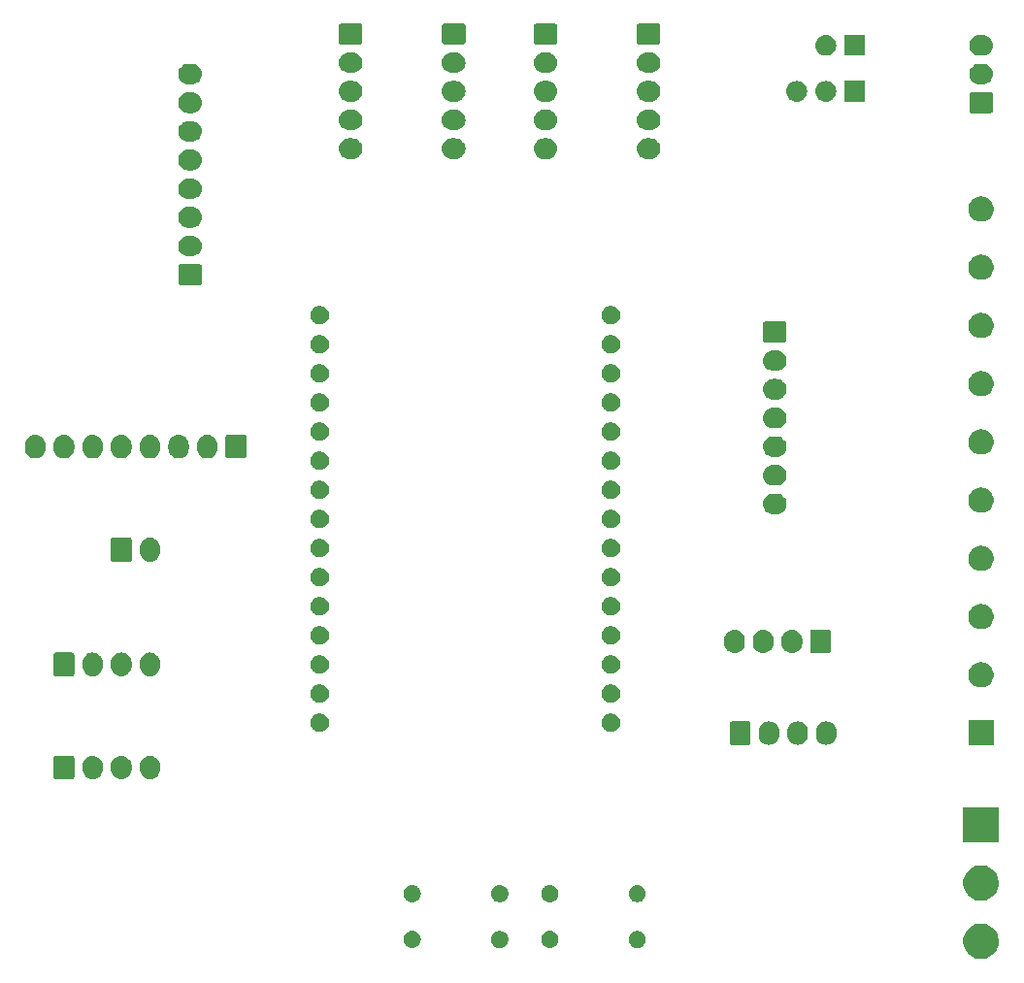
<source format=gbs>
G04 #@! TF.GenerationSoftware,KiCad,Pcbnew,(5.1.2)-2*
G04 #@! TF.CreationDate,2023-01-06T14:54:35+01:00*
G04 #@! TF.ProjectId,greenhouse,67726565-6e68-46f7-9573-652e6b696361,rev?*
G04 #@! TF.SameCoordinates,Original*
G04 #@! TF.FileFunction,Soldermask,Bot*
G04 #@! TF.FilePolarity,Negative*
%FSLAX46Y46*%
G04 Gerber Fmt 4.6, Leading zero omitted, Abs format (unit mm)*
G04 Created by KiCad (PCBNEW (5.1.2)-2) date 2023-01-06 14:54:35*
%MOMM*%
%LPD*%
G04 APERTURE LIST*
%ADD10C,0.100000*%
G04 APERTURE END LIST*
D10*
G36*
X189302585Y-137638802D02*
G01*
X189452410Y-137668604D01*
X189734674Y-137785521D01*
X189988705Y-137955259D01*
X190204741Y-138171295D01*
X190374479Y-138425326D01*
X190438857Y-138580750D01*
X190491396Y-138707591D01*
X190551000Y-139007239D01*
X190551000Y-139312761D01*
X190521198Y-139462585D01*
X190491396Y-139612410D01*
X190374479Y-139894674D01*
X190204741Y-140148705D01*
X189988705Y-140364741D01*
X189734674Y-140534479D01*
X189452410Y-140651396D01*
X189302585Y-140681198D01*
X189152761Y-140711000D01*
X188847239Y-140711000D01*
X188697415Y-140681198D01*
X188547590Y-140651396D01*
X188265326Y-140534479D01*
X188011295Y-140364741D01*
X187795259Y-140148705D01*
X187625521Y-139894674D01*
X187508604Y-139612410D01*
X187478802Y-139462585D01*
X187449000Y-139312761D01*
X187449000Y-139007239D01*
X187508604Y-138707591D01*
X187561143Y-138580750D01*
X187625521Y-138425326D01*
X187795259Y-138171295D01*
X188011295Y-137955259D01*
X188265326Y-137785521D01*
X188547590Y-137668604D01*
X188697415Y-137638802D01*
X188847239Y-137609000D01*
X189152761Y-137609000D01*
X189302585Y-137638802D01*
X189302585Y-137638802D01*
G37*
G36*
X159219059Y-138277860D02*
G01*
X159279294Y-138302810D01*
X159355732Y-138334472D01*
X159478735Y-138416660D01*
X159583340Y-138521265D01*
X159665528Y-138644268D01*
X159722140Y-138780941D01*
X159751000Y-138926033D01*
X159751000Y-139073967D01*
X159722140Y-139219059D01*
X159665528Y-139355732D01*
X159583340Y-139478735D01*
X159478735Y-139583340D01*
X159355732Y-139665528D01*
X159355731Y-139665529D01*
X159355730Y-139665529D01*
X159219059Y-139722140D01*
X159073968Y-139751000D01*
X158926032Y-139751000D01*
X158780941Y-139722140D01*
X158644270Y-139665529D01*
X158644269Y-139665529D01*
X158644268Y-139665528D01*
X158521265Y-139583340D01*
X158416660Y-139478735D01*
X158334472Y-139355732D01*
X158277860Y-139219059D01*
X158249000Y-139073967D01*
X158249000Y-138926033D01*
X158277860Y-138780941D01*
X158334472Y-138644268D01*
X158416660Y-138521265D01*
X158521265Y-138416660D01*
X158644268Y-138334472D01*
X158720707Y-138302810D01*
X158780941Y-138277860D01*
X158926032Y-138249000D01*
X159073968Y-138249000D01*
X159219059Y-138277860D01*
X159219059Y-138277860D01*
G37*
G36*
X151453665Y-138252622D02*
G01*
X151527222Y-138259867D01*
X151668786Y-138302810D01*
X151799252Y-138372546D01*
X151829040Y-138396992D01*
X151913607Y-138466393D01*
X151983008Y-138550960D01*
X152007454Y-138580748D01*
X152007455Y-138580750D01*
X152075254Y-138707591D01*
X152077190Y-138711214D01*
X152120133Y-138852778D01*
X152134633Y-139000000D01*
X152120133Y-139147222D01*
X152077190Y-139288786D01*
X152007454Y-139419252D01*
X151983008Y-139449040D01*
X151913607Y-139533607D01*
X151853004Y-139583341D01*
X151799252Y-139627454D01*
X151668786Y-139697190D01*
X151527222Y-139740133D01*
X151453665Y-139747378D01*
X151416888Y-139751000D01*
X151343112Y-139751000D01*
X151306335Y-139747378D01*
X151232778Y-139740133D01*
X151091214Y-139697190D01*
X150960748Y-139627454D01*
X150906996Y-139583341D01*
X150846393Y-139533607D01*
X150776992Y-139449040D01*
X150752546Y-139419252D01*
X150682810Y-139288786D01*
X150639867Y-139147222D01*
X150625367Y-139000000D01*
X150639867Y-138852778D01*
X150682810Y-138711214D01*
X150684747Y-138707591D01*
X150752545Y-138580750D01*
X150752546Y-138580748D01*
X150776992Y-138550960D01*
X150846393Y-138466393D01*
X150930960Y-138396992D01*
X150960748Y-138372546D01*
X151091214Y-138302810D01*
X151232778Y-138259867D01*
X151306335Y-138252622D01*
X151343112Y-138249000D01*
X151416888Y-138249000D01*
X151453665Y-138252622D01*
X151453665Y-138252622D01*
G37*
G36*
X147219059Y-138277860D02*
G01*
X147279294Y-138302810D01*
X147355732Y-138334472D01*
X147478735Y-138416660D01*
X147583340Y-138521265D01*
X147665528Y-138644268D01*
X147722140Y-138780941D01*
X147751000Y-138926033D01*
X147751000Y-139073967D01*
X147722140Y-139219059D01*
X147665528Y-139355732D01*
X147583340Y-139478735D01*
X147478735Y-139583340D01*
X147355732Y-139665528D01*
X147355731Y-139665529D01*
X147355730Y-139665529D01*
X147219059Y-139722140D01*
X147073968Y-139751000D01*
X146926032Y-139751000D01*
X146780941Y-139722140D01*
X146644270Y-139665529D01*
X146644269Y-139665529D01*
X146644268Y-139665528D01*
X146521265Y-139583340D01*
X146416660Y-139478735D01*
X146334472Y-139355732D01*
X146277860Y-139219059D01*
X146249000Y-139073967D01*
X146249000Y-138926033D01*
X146277860Y-138780941D01*
X146334472Y-138644268D01*
X146416660Y-138521265D01*
X146521265Y-138416660D01*
X146644268Y-138334472D01*
X146720707Y-138302810D01*
X146780941Y-138277860D01*
X146926032Y-138249000D01*
X147073968Y-138249000D01*
X147219059Y-138277860D01*
X147219059Y-138277860D01*
G37*
G36*
X139453665Y-138252622D02*
G01*
X139527222Y-138259867D01*
X139668786Y-138302810D01*
X139799252Y-138372546D01*
X139829040Y-138396992D01*
X139913607Y-138466393D01*
X139983008Y-138550960D01*
X140007454Y-138580748D01*
X140007455Y-138580750D01*
X140075254Y-138707591D01*
X140077190Y-138711214D01*
X140120133Y-138852778D01*
X140134633Y-139000000D01*
X140120133Y-139147222D01*
X140077190Y-139288786D01*
X140007454Y-139419252D01*
X139983008Y-139449040D01*
X139913607Y-139533607D01*
X139853004Y-139583341D01*
X139799252Y-139627454D01*
X139668786Y-139697190D01*
X139527222Y-139740133D01*
X139453665Y-139747378D01*
X139416888Y-139751000D01*
X139343112Y-139751000D01*
X139306335Y-139747378D01*
X139232778Y-139740133D01*
X139091214Y-139697190D01*
X138960748Y-139627454D01*
X138906996Y-139583341D01*
X138846393Y-139533607D01*
X138776992Y-139449040D01*
X138752546Y-139419252D01*
X138682810Y-139288786D01*
X138639867Y-139147222D01*
X138625367Y-139000000D01*
X138639867Y-138852778D01*
X138682810Y-138711214D01*
X138684747Y-138707591D01*
X138752545Y-138580750D01*
X138752546Y-138580748D01*
X138776992Y-138550960D01*
X138846393Y-138466393D01*
X138930960Y-138396992D01*
X138960748Y-138372546D01*
X139091214Y-138302810D01*
X139232778Y-138259867D01*
X139306335Y-138252622D01*
X139343112Y-138249000D01*
X139416888Y-138249000D01*
X139453665Y-138252622D01*
X139453665Y-138252622D01*
G37*
G36*
X139453665Y-134252622D02*
G01*
X139527222Y-134259867D01*
X139668786Y-134302810D01*
X139799252Y-134372546D01*
X139829040Y-134396992D01*
X139913607Y-134466393D01*
X139967784Y-134532410D01*
X140007454Y-134580748D01*
X140077190Y-134711214D01*
X140120133Y-134852778D01*
X140134633Y-135000000D01*
X140120133Y-135147222D01*
X140077190Y-135288786D01*
X140007454Y-135419252D01*
X139983008Y-135449040D01*
X139913607Y-135533607D01*
X139853004Y-135583341D01*
X139799252Y-135627454D01*
X139668786Y-135697190D01*
X139527222Y-135740133D01*
X139453665Y-135747378D01*
X139416888Y-135751000D01*
X139343112Y-135751000D01*
X139306335Y-135747378D01*
X139232778Y-135740133D01*
X139091214Y-135697190D01*
X138960748Y-135627454D01*
X138906996Y-135583341D01*
X138846393Y-135533607D01*
X138776992Y-135449040D01*
X138752546Y-135419252D01*
X138682810Y-135288786D01*
X138639867Y-135147222D01*
X138625367Y-135000000D01*
X138639867Y-134852778D01*
X138682810Y-134711214D01*
X138752546Y-134580748D01*
X138792216Y-134532410D01*
X138846393Y-134466393D01*
X138930960Y-134396992D01*
X138960748Y-134372546D01*
X139091214Y-134302810D01*
X139232778Y-134259867D01*
X139306335Y-134252622D01*
X139343112Y-134249000D01*
X139416888Y-134249000D01*
X139453665Y-134252622D01*
X139453665Y-134252622D01*
G37*
G36*
X159219059Y-134277860D02*
G01*
X159279294Y-134302810D01*
X159355732Y-134334472D01*
X159478735Y-134416660D01*
X159583340Y-134521265D01*
X159665528Y-134644268D01*
X159722140Y-134780941D01*
X159751000Y-134926033D01*
X159751000Y-135073967D01*
X159722140Y-135219059D01*
X159665528Y-135355732D01*
X159583340Y-135478735D01*
X159478735Y-135583340D01*
X159355732Y-135665528D01*
X159355731Y-135665529D01*
X159355730Y-135665529D01*
X159219059Y-135722140D01*
X159073968Y-135751000D01*
X158926032Y-135751000D01*
X158780941Y-135722140D01*
X158644270Y-135665529D01*
X158644269Y-135665529D01*
X158644268Y-135665528D01*
X158521265Y-135583340D01*
X158416660Y-135478735D01*
X158334472Y-135355732D01*
X158277860Y-135219059D01*
X158249000Y-135073967D01*
X158249000Y-134926033D01*
X158277860Y-134780941D01*
X158334472Y-134644268D01*
X158416660Y-134521265D01*
X158521265Y-134416660D01*
X158644268Y-134334472D01*
X158720707Y-134302810D01*
X158780941Y-134277860D01*
X158926032Y-134249000D01*
X159073968Y-134249000D01*
X159219059Y-134277860D01*
X159219059Y-134277860D01*
G37*
G36*
X151453665Y-134252622D02*
G01*
X151527222Y-134259867D01*
X151668786Y-134302810D01*
X151799252Y-134372546D01*
X151829040Y-134396992D01*
X151913607Y-134466393D01*
X151967784Y-134532410D01*
X152007454Y-134580748D01*
X152077190Y-134711214D01*
X152120133Y-134852778D01*
X152134633Y-135000000D01*
X152120133Y-135147222D01*
X152077190Y-135288786D01*
X152007454Y-135419252D01*
X151983008Y-135449040D01*
X151913607Y-135533607D01*
X151853004Y-135583341D01*
X151799252Y-135627454D01*
X151668786Y-135697190D01*
X151527222Y-135740133D01*
X151453665Y-135747378D01*
X151416888Y-135751000D01*
X151343112Y-135751000D01*
X151306335Y-135747378D01*
X151232778Y-135740133D01*
X151091214Y-135697190D01*
X150960748Y-135627454D01*
X150906996Y-135583341D01*
X150846393Y-135533607D01*
X150776992Y-135449040D01*
X150752546Y-135419252D01*
X150682810Y-135288786D01*
X150639867Y-135147222D01*
X150625367Y-135000000D01*
X150639867Y-134852778D01*
X150682810Y-134711214D01*
X150752546Y-134580748D01*
X150792216Y-134532410D01*
X150846393Y-134466393D01*
X150930960Y-134396992D01*
X150960748Y-134372546D01*
X151091214Y-134302810D01*
X151232778Y-134259867D01*
X151306335Y-134252622D01*
X151343112Y-134249000D01*
X151416888Y-134249000D01*
X151453665Y-134252622D01*
X151453665Y-134252622D01*
G37*
G36*
X147219059Y-134277860D02*
G01*
X147279294Y-134302810D01*
X147355732Y-134334472D01*
X147478735Y-134416660D01*
X147583340Y-134521265D01*
X147665528Y-134644268D01*
X147722140Y-134780941D01*
X147751000Y-134926033D01*
X147751000Y-135073967D01*
X147722140Y-135219059D01*
X147665528Y-135355732D01*
X147583340Y-135478735D01*
X147478735Y-135583340D01*
X147355732Y-135665528D01*
X147355731Y-135665529D01*
X147355730Y-135665529D01*
X147219059Y-135722140D01*
X147073968Y-135751000D01*
X146926032Y-135751000D01*
X146780941Y-135722140D01*
X146644270Y-135665529D01*
X146644269Y-135665529D01*
X146644268Y-135665528D01*
X146521265Y-135583340D01*
X146416660Y-135478735D01*
X146334472Y-135355732D01*
X146277860Y-135219059D01*
X146249000Y-135073967D01*
X146249000Y-134926033D01*
X146277860Y-134780941D01*
X146334472Y-134644268D01*
X146416660Y-134521265D01*
X146521265Y-134416660D01*
X146644268Y-134334472D01*
X146720707Y-134302810D01*
X146780941Y-134277860D01*
X146926032Y-134249000D01*
X147073968Y-134249000D01*
X147219059Y-134277860D01*
X147219059Y-134277860D01*
G37*
G36*
X189302585Y-132558802D02*
G01*
X189452410Y-132588604D01*
X189734674Y-132705521D01*
X189988705Y-132875259D01*
X190204741Y-133091295D01*
X190374479Y-133345326D01*
X190491396Y-133627590D01*
X190491396Y-133627591D01*
X190551000Y-133927239D01*
X190551000Y-134232761D01*
X190530768Y-134334472D01*
X190491396Y-134532410D01*
X190374479Y-134814674D01*
X190204741Y-135068705D01*
X189988705Y-135284741D01*
X189734674Y-135454479D01*
X189452410Y-135571396D01*
X189392363Y-135583340D01*
X189152761Y-135631000D01*
X188847239Y-135631000D01*
X188607637Y-135583340D01*
X188547590Y-135571396D01*
X188265326Y-135454479D01*
X188011295Y-135284741D01*
X187795259Y-135068705D01*
X187625521Y-134814674D01*
X187508604Y-134532410D01*
X187469232Y-134334472D01*
X187449000Y-134232761D01*
X187449000Y-133927239D01*
X187508604Y-133627591D01*
X187508604Y-133627590D01*
X187625521Y-133345326D01*
X187795259Y-133091295D01*
X188011295Y-132875259D01*
X188265326Y-132705521D01*
X188547590Y-132588604D01*
X188697415Y-132558802D01*
X188847239Y-132529000D01*
X189152761Y-132529000D01*
X189302585Y-132558802D01*
X189302585Y-132558802D01*
G37*
G36*
X190551000Y-130551000D02*
G01*
X187449000Y-130551000D01*
X187449000Y-127449000D01*
X190551000Y-127449000D01*
X190551000Y-130551000D01*
X190551000Y-130551000D01*
G37*
G36*
X116676626Y-122987037D02*
G01*
X116846465Y-123038557D01*
X116846467Y-123038558D01*
X117002989Y-123122221D01*
X117140186Y-123234814D01*
X117223448Y-123336271D01*
X117252778Y-123372009D01*
X117336443Y-123528534D01*
X117387963Y-123698373D01*
X117401000Y-123830742D01*
X117401000Y-124169257D01*
X117387963Y-124301626D01*
X117336443Y-124471466D01*
X117252778Y-124627991D01*
X117223448Y-124663729D01*
X117140186Y-124765186D01*
X117045250Y-124843097D01*
X117002991Y-124877778D01*
X116846466Y-124961443D01*
X116676627Y-125012963D01*
X116500000Y-125030359D01*
X116323374Y-125012963D01*
X116153535Y-124961443D01*
X115997010Y-124877778D01*
X115859815Y-124765185D01*
X115747222Y-124627991D01*
X115663557Y-124471466D01*
X115612037Y-124301627D01*
X115599000Y-124169258D01*
X115599000Y-123830743D01*
X115612037Y-123698374D01*
X115663557Y-123528535D01*
X115747222Y-123372010D01*
X115747223Y-123372009D01*
X115859814Y-123234814D01*
X115961271Y-123151552D01*
X115997009Y-123122222D01*
X116153534Y-123038557D01*
X116323373Y-122987037D01*
X116500000Y-122969641D01*
X116676626Y-122987037D01*
X116676626Y-122987037D01*
G37*
G36*
X114176626Y-122987037D02*
G01*
X114346465Y-123038557D01*
X114346467Y-123038558D01*
X114502989Y-123122221D01*
X114640186Y-123234814D01*
X114723448Y-123336271D01*
X114752778Y-123372009D01*
X114836443Y-123528534D01*
X114887963Y-123698373D01*
X114901000Y-123830742D01*
X114901000Y-124169257D01*
X114887963Y-124301626D01*
X114836443Y-124471466D01*
X114752778Y-124627991D01*
X114723448Y-124663729D01*
X114640186Y-124765186D01*
X114545250Y-124843097D01*
X114502991Y-124877778D01*
X114346466Y-124961443D01*
X114176627Y-125012963D01*
X114000000Y-125030359D01*
X113823374Y-125012963D01*
X113653535Y-124961443D01*
X113497010Y-124877778D01*
X113359815Y-124765185D01*
X113247222Y-124627991D01*
X113163557Y-124471466D01*
X113112037Y-124301627D01*
X113099000Y-124169258D01*
X113099000Y-123830743D01*
X113112037Y-123698374D01*
X113163557Y-123528535D01*
X113247222Y-123372010D01*
X113247223Y-123372009D01*
X113359814Y-123234814D01*
X113461271Y-123151552D01*
X113497009Y-123122222D01*
X113653534Y-123038557D01*
X113823373Y-122987037D01*
X114000000Y-122969641D01*
X114176626Y-122987037D01*
X114176626Y-122987037D01*
G37*
G36*
X111676626Y-122987037D02*
G01*
X111846465Y-123038557D01*
X111846467Y-123038558D01*
X112002989Y-123122221D01*
X112140186Y-123234814D01*
X112223448Y-123336271D01*
X112252778Y-123372009D01*
X112336443Y-123528534D01*
X112387963Y-123698373D01*
X112401000Y-123830742D01*
X112401000Y-124169257D01*
X112387963Y-124301626D01*
X112336443Y-124471466D01*
X112252778Y-124627991D01*
X112223448Y-124663729D01*
X112140186Y-124765186D01*
X112045250Y-124843097D01*
X112002991Y-124877778D01*
X111846466Y-124961443D01*
X111676627Y-125012963D01*
X111500000Y-125030359D01*
X111323374Y-125012963D01*
X111153535Y-124961443D01*
X110997010Y-124877778D01*
X110859815Y-124765185D01*
X110747222Y-124627991D01*
X110663557Y-124471466D01*
X110612037Y-124301627D01*
X110599000Y-124169258D01*
X110599000Y-123830743D01*
X110612037Y-123698374D01*
X110663557Y-123528535D01*
X110747222Y-123372010D01*
X110747223Y-123372009D01*
X110859814Y-123234814D01*
X110961271Y-123151552D01*
X110997009Y-123122222D01*
X111153534Y-123038557D01*
X111323373Y-122987037D01*
X111500000Y-122969641D01*
X111676626Y-122987037D01*
X111676626Y-122987037D01*
G37*
G36*
X109758600Y-122977989D02*
G01*
X109791652Y-122988015D01*
X109822103Y-123004292D01*
X109848799Y-123026201D01*
X109870708Y-123052897D01*
X109886985Y-123083348D01*
X109897011Y-123116400D01*
X109901000Y-123156903D01*
X109901000Y-124843097D01*
X109897011Y-124883600D01*
X109886985Y-124916652D01*
X109870708Y-124947103D01*
X109848799Y-124973799D01*
X109822103Y-124995708D01*
X109791652Y-125011985D01*
X109758600Y-125022011D01*
X109718097Y-125026000D01*
X108281903Y-125026000D01*
X108241400Y-125022011D01*
X108208348Y-125011985D01*
X108177897Y-124995708D01*
X108151201Y-124973799D01*
X108129292Y-124947103D01*
X108113015Y-124916652D01*
X108102989Y-124883600D01*
X108099000Y-124843097D01*
X108099000Y-123156903D01*
X108102989Y-123116400D01*
X108113015Y-123083348D01*
X108129292Y-123052897D01*
X108151201Y-123026201D01*
X108177897Y-123004292D01*
X108208348Y-122988015D01*
X108241400Y-122977989D01*
X108281903Y-122974000D01*
X109718097Y-122974000D01*
X109758600Y-122977989D01*
X109758600Y-122977989D01*
G37*
G36*
X190101000Y-122101000D02*
G01*
X187899000Y-122101000D01*
X187899000Y-119899000D01*
X190101000Y-119899000D01*
X190101000Y-122101000D01*
X190101000Y-122101000D01*
G37*
G36*
X175676626Y-119987037D02*
G01*
X175846465Y-120038557D01*
X175846467Y-120038558D01*
X176002989Y-120122221D01*
X176140186Y-120234814D01*
X176223448Y-120336271D01*
X176252778Y-120372009D01*
X176336443Y-120528534D01*
X176387963Y-120698373D01*
X176391226Y-120731501D01*
X176399989Y-120820471D01*
X176401000Y-120830742D01*
X176401000Y-121169257D01*
X176387963Y-121301626D01*
X176336443Y-121471466D01*
X176252778Y-121627991D01*
X176223448Y-121663729D01*
X176140186Y-121765186D01*
X176045250Y-121843097D01*
X176002991Y-121877778D01*
X175846466Y-121961443D01*
X175676627Y-122012963D01*
X175500000Y-122030359D01*
X175323374Y-122012963D01*
X175153535Y-121961443D01*
X174997010Y-121877778D01*
X174859815Y-121765185D01*
X174747222Y-121627991D01*
X174663557Y-121471466D01*
X174612037Y-121301627D01*
X174599000Y-121169258D01*
X174599000Y-120830743D01*
X174612037Y-120698374D01*
X174663557Y-120528535D01*
X174686773Y-120485101D01*
X174747221Y-120372011D01*
X174859814Y-120234814D01*
X174961271Y-120151552D01*
X174997009Y-120122222D01*
X175153534Y-120038557D01*
X175323373Y-119987037D01*
X175500000Y-119969641D01*
X175676626Y-119987037D01*
X175676626Y-119987037D01*
G37*
G36*
X173176626Y-119987037D02*
G01*
X173346465Y-120038557D01*
X173346467Y-120038558D01*
X173502989Y-120122221D01*
X173640186Y-120234814D01*
X173723448Y-120336271D01*
X173752778Y-120372009D01*
X173836443Y-120528534D01*
X173887963Y-120698373D01*
X173891226Y-120731501D01*
X173899989Y-120820471D01*
X173901000Y-120830742D01*
X173901000Y-121169257D01*
X173887963Y-121301626D01*
X173836443Y-121471466D01*
X173752778Y-121627991D01*
X173723448Y-121663729D01*
X173640186Y-121765186D01*
X173545250Y-121843097D01*
X173502991Y-121877778D01*
X173346466Y-121961443D01*
X173176627Y-122012963D01*
X173000000Y-122030359D01*
X172823374Y-122012963D01*
X172653535Y-121961443D01*
X172497010Y-121877778D01*
X172359815Y-121765185D01*
X172247222Y-121627991D01*
X172163557Y-121471466D01*
X172112037Y-121301627D01*
X172099000Y-121169258D01*
X172099000Y-120830743D01*
X172112037Y-120698374D01*
X172163557Y-120528535D01*
X172186773Y-120485101D01*
X172247221Y-120372011D01*
X172359814Y-120234814D01*
X172461271Y-120151552D01*
X172497009Y-120122222D01*
X172653534Y-120038557D01*
X172823373Y-119987037D01*
X173000000Y-119969641D01*
X173176626Y-119987037D01*
X173176626Y-119987037D01*
G37*
G36*
X170676626Y-119987037D02*
G01*
X170846465Y-120038557D01*
X170846467Y-120038558D01*
X171002989Y-120122221D01*
X171140186Y-120234814D01*
X171223448Y-120336271D01*
X171252778Y-120372009D01*
X171336443Y-120528534D01*
X171387963Y-120698373D01*
X171391226Y-120731501D01*
X171399989Y-120820471D01*
X171401000Y-120830742D01*
X171401000Y-121169257D01*
X171387963Y-121301626D01*
X171336443Y-121471466D01*
X171252778Y-121627991D01*
X171223448Y-121663729D01*
X171140186Y-121765186D01*
X171045250Y-121843097D01*
X171002991Y-121877778D01*
X170846466Y-121961443D01*
X170676627Y-122012963D01*
X170500000Y-122030359D01*
X170323374Y-122012963D01*
X170153535Y-121961443D01*
X169997010Y-121877778D01*
X169859815Y-121765185D01*
X169747222Y-121627991D01*
X169663557Y-121471466D01*
X169612037Y-121301627D01*
X169599000Y-121169258D01*
X169599000Y-120830743D01*
X169612037Y-120698374D01*
X169663557Y-120528535D01*
X169686773Y-120485101D01*
X169747221Y-120372011D01*
X169859814Y-120234814D01*
X169961271Y-120151552D01*
X169997009Y-120122222D01*
X170153534Y-120038557D01*
X170323373Y-119987037D01*
X170500000Y-119969641D01*
X170676626Y-119987037D01*
X170676626Y-119987037D01*
G37*
G36*
X168758600Y-119977989D02*
G01*
X168791652Y-119988015D01*
X168822103Y-120004292D01*
X168848799Y-120026201D01*
X168870708Y-120052897D01*
X168886985Y-120083348D01*
X168897011Y-120116400D01*
X168901000Y-120156903D01*
X168901000Y-121843097D01*
X168897011Y-121883600D01*
X168886985Y-121916652D01*
X168870708Y-121947103D01*
X168848799Y-121973799D01*
X168822103Y-121995708D01*
X168791652Y-122011985D01*
X168758600Y-122022011D01*
X168718097Y-122026000D01*
X167281903Y-122026000D01*
X167241400Y-122022011D01*
X167208348Y-122011985D01*
X167177897Y-121995708D01*
X167151201Y-121973799D01*
X167129292Y-121947103D01*
X167113015Y-121916652D01*
X167102989Y-121883600D01*
X167099000Y-121843097D01*
X167099000Y-120156903D01*
X167102989Y-120116400D01*
X167113015Y-120083348D01*
X167129292Y-120052897D01*
X167151201Y-120026201D01*
X167177897Y-120004292D01*
X167208348Y-119988015D01*
X167241400Y-119977989D01*
X167281903Y-119974000D01*
X168718097Y-119974000D01*
X168758600Y-119977989D01*
X168758600Y-119977989D01*
G37*
G36*
X131537142Y-119318242D02*
G01*
X131685101Y-119379529D01*
X131818255Y-119468499D01*
X131931501Y-119581745D01*
X132020471Y-119714899D01*
X132081758Y-119862858D01*
X132113000Y-120019925D01*
X132113000Y-120180075D01*
X132081758Y-120337142D01*
X132020471Y-120485101D01*
X131931501Y-120618255D01*
X131818255Y-120731501D01*
X131685101Y-120820471D01*
X131537142Y-120881758D01*
X131380075Y-120913000D01*
X131219925Y-120913000D01*
X131062858Y-120881758D01*
X130914899Y-120820471D01*
X130781745Y-120731501D01*
X130668499Y-120618255D01*
X130579529Y-120485101D01*
X130518242Y-120337142D01*
X130487000Y-120180075D01*
X130487000Y-120019925D01*
X130518242Y-119862858D01*
X130579529Y-119714899D01*
X130668499Y-119581745D01*
X130781745Y-119468499D01*
X130914899Y-119379529D01*
X131062858Y-119318242D01*
X131219925Y-119287000D01*
X131380075Y-119287000D01*
X131537142Y-119318242D01*
X131537142Y-119318242D01*
G37*
G36*
X156937142Y-119318242D02*
G01*
X157085101Y-119379529D01*
X157218255Y-119468499D01*
X157331501Y-119581745D01*
X157420471Y-119714899D01*
X157481758Y-119862858D01*
X157513000Y-120019925D01*
X157513000Y-120180075D01*
X157481758Y-120337142D01*
X157420471Y-120485101D01*
X157331501Y-120618255D01*
X157218255Y-120731501D01*
X157085101Y-120820471D01*
X156937142Y-120881758D01*
X156780075Y-120913000D01*
X156619925Y-120913000D01*
X156462858Y-120881758D01*
X156314899Y-120820471D01*
X156181745Y-120731501D01*
X156068499Y-120618255D01*
X155979529Y-120485101D01*
X155918242Y-120337142D01*
X155887000Y-120180075D01*
X155887000Y-120019925D01*
X155918242Y-119862858D01*
X155979529Y-119714899D01*
X156068499Y-119581745D01*
X156181745Y-119468499D01*
X156314899Y-119379529D01*
X156462858Y-119318242D01*
X156619925Y-119287000D01*
X156780075Y-119287000D01*
X156937142Y-119318242D01*
X156937142Y-119318242D01*
G37*
G36*
X131537142Y-116778242D02*
G01*
X131685101Y-116839529D01*
X131818255Y-116928499D01*
X131931501Y-117041745D01*
X132020471Y-117174899D01*
X132081758Y-117322858D01*
X132113000Y-117479925D01*
X132113000Y-117640075D01*
X132081758Y-117797142D01*
X132020471Y-117945101D01*
X131931501Y-118078255D01*
X131818255Y-118191501D01*
X131685101Y-118280471D01*
X131537142Y-118341758D01*
X131380075Y-118373000D01*
X131219925Y-118373000D01*
X131062858Y-118341758D01*
X130914899Y-118280471D01*
X130781745Y-118191501D01*
X130668499Y-118078255D01*
X130579529Y-117945101D01*
X130518242Y-117797142D01*
X130487000Y-117640075D01*
X130487000Y-117479925D01*
X130518242Y-117322858D01*
X130579529Y-117174899D01*
X130668499Y-117041745D01*
X130781745Y-116928499D01*
X130914899Y-116839529D01*
X131062858Y-116778242D01*
X131219925Y-116747000D01*
X131380075Y-116747000D01*
X131537142Y-116778242D01*
X131537142Y-116778242D01*
G37*
G36*
X156937142Y-116778242D02*
G01*
X157085101Y-116839529D01*
X157218255Y-116928499D01*
X157331501Y-117041745D01*
X157420471Y-117174899D01*
X157481758Y-117322858D01*
X157513000Y-117479925D01*
X157513000Y-117640075D01*
X157481758Y-117797142D01*
X157420471Y-117945101D01*
X157331501Y-118078255D01*
X157218255Y-118191501D01*
X157085101Y-118280471D01*
X156937142Y-118341758D01*
X156780075Y-118373000D01*
X156619925Y-118373000D01*
X156462858Y-118341758D01*
X156314899Y-118280471D01*
X156181745Y-118191501D01*
X156068499Y-118078255D01*
X155979529Y-117945101D01*
X155918242Y-117797142D01*
X155887000Y-117640075D01*
X155887000Y-117479925D01*
X155918242Y-117322858D01*
X155979529Y-117174899D01*
X156068499Y-117041745D01*
X156181745Y-116928499D01*
X156314899Y-116839529D01*
X156462858Y-116778242D01*
X156619925Y-116747000D01*
X156780075Y-116747000D01*
X156937142Y-116778242D01*
X156937142Y-116778242D01*
G37*
G36*
X189167460Y-114830740D02*
G01*
X189321150Y-114861311D01*
X189421334Y-114902809D01*
X189521520Y-114944307D01*
X189701844Y-115064795D01*
X189855205Y-115218156D01*
X189975693Y-115398480D01*
X189975693Y-115398481D01*
X190058689Y-115598850D01*
X190069162Y-115651501D01*
X190101000Y-115811560D01*
X190101000Y-116028440D01*
X190058689Y-116241149D01*
X189975693Y-116441520D01*
X189855205Y-116621844D01*
X189701844Y-116775205D01*
X189521520Y-116895693D01*
X189442319Y-116928499D01*
X189321150Y-116978689D01*
X189214795Y-116999844D01*
X189108440Y-117021000D01*
X188891560Y-117021000D01*
X188785205Y-116999844D01*
X188678850Y-116978689D01*
X188557681Y-116928499D01*
X188478480Y-116895693D01*
X188298156Y-116775205D01*
X188144795Y-116621844D01*
X188024307Y-116441520D01*
X187941311Y-116241149D01*
X187899000Y-116028440D01*
X187899000Y-115811560D01*
X187930838Y-115651501D01*
X187941311Y-115598850D01*
X188024307Y-115398481D01*
X188024307Y-115398480D01*
X188144795Y-115218156D01*
X188298156Y-115064795D01*
X188478480Y-114944307D01*
X188578666Y-114902809D01*
X188678850Y-114861311D01*
X188832540Y-114830740D01*
X188891560Y-114819000D01*
X189108440Y-114819000D01*
X189167460Y-114830740D01*
X189167460Y-114830740D01*
G37*
G36*
X116676626Y-113987037D02*
G01*
X116846465Y-114038557D01*
X116846467Y-114038558D01*
X117002989Y-114122221D01*
X117140186Y-114234814D01*
X117193295Y-114299529D01*
X117252778Y-114372009D01*
X117336443Y-114528534D01*
X117387963Y-114698373D01*
X117401000Y-114830742D01*
X117401000Y-115169257D01*
X117387963Y-115301626D01*
X117336443Y-115471466D01*
X117252778Y-115627991D01*
X117223448Y-115663729D01*
X117140186Y-115765186D01*
X117057553Y-115833000D01*
X117002991Y-115877778D01*
X116846466Y-115961443D01*
X116676627Y-116012963D01*
X116500000Y-116030359D01*
X116323374Y-116012963D01*
X116153535Y-115961443D01*
X115997010Y-115877778D01*
X115859815Y-115765185D01*
X115747222Y-115627991D01*
X115663557Y-115471466D01*
X115612037Y-115301627D01*
X115599000Y-115169258D01*
X115599000Y-114830743D01*
X115600157Y-114819000D01*
X115612037Y-114698376D01*
X115612037Y-114698374D01*
X115663557Y-114528535D01*
X115747222Y-114372010D01*
X115747223Y-114372009D01*
X115859814Y-114234814D01*
X115961271Y-114151552D01*
X115997009Y-114122222D01*
X116153534Y-114038557D01*
X116323373Y-113987037D01*
X116500000Y-113969641D01*
X116676626Y-113987037D01*
X116676626Y-113987037D01*
G37*
G36*
X114176626Y-113987037D02*
G01*
X114346465Y-114038557D01*
X114346467Y-114038558D01*
X114502989Y-114122221D01*
X114640186Y-114234814D01*
X114693295Y-114299529D01*
X114752778Y-114372009D01*
X114836443Y-114528534D01*
X114887963Y-114698373D01*
X114901000Y-114830742D01*
X114901000Y-115169257D01*
X114887963Y-115301626D01*
X114836443Y-115471466D01*
X114752778Y-115627991D01*
X114723448Y-115663729D01*
X114640186Y-115765186D01*
X114557553Y-115833000D01*
X114502991Y-115877778D01*
X114346466Y-115961443D01*
X114176627Y-116012963D01*
X114000000Y-116030359D01*
X113823374Y-116012963D01*
X113653535Y-115961443D01*
X113497010Y-115877778D01*
X113359815Y-115765185D01*
X113247222Y-115627991D01*
X113163557Y-115471466D01*
X113112037Y-115301627D01*
X113099000Y-115169258D01*
X113099000Y-114830743D01*
X113100157Y-114819000D01*
X113112037Y-114698376D01*
X113112037Y-114698374D01*
X113163557Y-114528535D01*
X113247222Y-114372010D01*
X113247223Y-114372009D01*
X113359814Y-114234814D01*
X113461271Y-114151552D01*
X113497009Y-114122222D01*
X113653534Y-114038557D01*
X113823373Y-113987037D01*
X114000000Y-113969641D01*
X114176626Y-113987037D01*
X114176626Y-113987037D01*
G37*
G36*
X111676626Y-113987037D02*
G01*
X111846465Y-114038557D01*
X111846467Y-114038558D01*
X112002989Y-114122221D01*
X112140186Y-114234814D01*
X112193295Y-114299529D01*
X112252778Y-114372009D01*
X112336443Y-114528534D01*
X112387963Y-114698373D01*
X112401000Y-114830742D01*
X112401000Y-115169257D01*
X112387963Y-115301626D01*
X112336443Y-115471466D01*
X112252778Y-115627991D01*
X112223448Y-115663729D01*
X112140186Y-115765186D01*
X112057553Y-115833000D01*
X112002991Y-115877778D01*
X111846466Y-115961443D01*
X111676627Y-116012963D01*
X111500000Y-116030359D01*
X111323374Y-116012963D01*
X111153535Y-115961443D01*
X110997010Y-115877778D01*
X110859815Y-115765185D01*
X110747222Y-115627991D01*
X110663557Y-115471466D01*
X110612037Y-115301627D01*
X110599000Y-115169258D01*
X110599000Y-114830743D01*
X110600157Y-114819000D01*
X110612037Y-114698376D01*
X110612037Y-114698374D01*
X110663557Y-114528535D01*
X110747222Y-114372010D01*
X110747223Y-114372009D01*
X110859814Y-114234814D01*
X110961271Y-114151552D01*
X110997009Y-114122222D01*
X111153534Y-114038557D01*
X111323373Y-113987037D01*
X111500000Y-113969641D01*
X111676626Y-113987037D01*
X111676626Y-113987037D01*
G37*
G36*
X109758600Y-113977989D02*
G01*
X109791652Y-113988015D01*
X109822103Y-114004292D01*
X109848799Y-114026201D01*
X109870708Y-114052897D01*
X109886985Y-114083348D01*
X109897011Y-114116400D01*
X109901000Y-114156903D01*
X109901000Y-115843097D01*
X109897011Y-115883600D01*
X109886985Y-115916652D01*
X109870708Y-115947103D01*
X109848799Y-115973799D01*
X109822103Y-115995708D01*
X109791652Y-116011985D01*
X109758600Y-116022011D01*
X109718097Y-116026000D01*
X108281903Y-116026000D01*
X108241400Y-116022011D01*
X108208348Y-116011985D01*
X108177897Y-115995708D01*
X108151201Y-115973799D01*
X108129292Y-115947103D01*
X108113015Y-115916652D01*
X108102989Y-115883600D01*
X108099000Y-115843097D01*
X108099000Y-114156903D01*
X108102989Y-114116400D01*
X108113015Y-114083348D01*
X108129292Y-114052897D01*
X108151201Y-114026201D01*
X108177897Y-114004292D01*
X108208348Y-113988015D01*
X108241400Y-113977989D01*
X108281903Y-113974000D01*
X109718097Y-113974000D01*
X109758600Y-113977989D01*
X109758600Y-113977989D01*
G37*
G36*
X131537142Y-114238242D02*
G01*
X131685101Y-114299529D01*
X131818255Y-114388499D01*
X131931501Y-114501745D01*
X132020471Y-114634899D01*
X132081758Y-114782858D01*
X132113000Y-114939925D01*
X132113000Y-115100075D01*
X132081758Y-115257142D01*
X132020471Y-115405101D01*
X131931501Y-115538255D01*
X131818255Y-115651501D01*
X131685101Y-115740471D01*
X131537142Y-115801758D01*
X131380075Y-115833000D01*
X131219925Y-115833000D01*
X131062858Y-115801758D01*
X130914899Y-115740471D01*
X130781745Y-115651501D01*
X130668499Y-115538255D01*
X130579529Y-115405101D01*
X130518242Y-115257142D01*
X130487000Y-115100075D01*
X130487000Y-114939925D01*
X130518242Y-114782858D01*
X130579529Y-114634899D01*
X130668499Y-114501745D01*
X130781745Y-114388499D01*
X130914899Y-114299529D01*
X131062858Y-114238242D01*
X131219925Y-114207000D01*
X131380075Y-114207000D01*
X131537142Y-114238242D01*
X131537142Y-114238242D01*
G37*
G36*
X156937142Y-114238242D02*
G01*
X157085101Y-114299529D01*
X157218255Y-114388499D01*
X157331501Y-114501745D01*
X157420471Y-114634899D01*
X157481758Y-114782858D01*
X157513000Y-114939925D01*
X157513000Y-115100075D01*
X157481758Y-115257142D01*
X157420471Y-115405101D01*
X157331501Y-115538255D01*
X157218255Y-115651501D01*
X157085101Y-115740471D01*
X156937142Y-115801758D01*
X156780075Y-115833000D01*
X156619925Y-115833000D01*
X156462858Y-115801758D01*
X156314899Y-115740471D01*
X156181745Y-115651501D01*
X156068499Y-115538255D01*
X155979529Y-115405101D01*
X155918242Y-115257142D01*
X155887000Y-115100075D01*
X155887000Y-114939925D01*
X155918242Y-114782858D01*
X155979529Y-114634899D01*
X156068499Y-114501745D01*
X156181745Y-114388499D01*
X156314899Y-114299529D01*
X156462858Y-114238242D01*
X156619925Y-114207000D01*
X156780075Y-114207000D01*
X156937142Y-114238242D01*
X156937142Y-114238242D01*
G37*
G36*
X172676627Y-111987037D02*
G01*
X172846466Y-112038557D01*
X173002991Y-112122222D01*
X173038729Y-112151552D01*
X173140186Y-112234814D01*
X173223448Y-112336271D01*
X173252778Y-112372009D01*
X173336443Y-112528534D01*
X173387963Y-112698374D01*
X173401000Y-112830743D01*
X173401000Y-113169258D01*
X173387963Y-113301627D01*
X173336443Y-113471466D01*
X173252778Y-113627991D01*
X173223448Y-113663729D01*
X173140186Y-113765186D01*
X173002989Y-113877779D01*
X172846467Y-113961442D01*
X172846465Y-113961443D01*
X172676626Y-114012963D01*
X172500000Y-114030359D01*
X172323373Y-114012963D01*
X172153534Y-113961443D01*
X171997009Y-113877778D01*
X171954750Y-113843097D01*
X171859814Y-113765186D01*
X171747221Y-113627989D01*
X171663558Y-113471467D01*
X171663557Y-113471465D01*
X171612037Y-113301626D01*
X171599000Y-113169257D01*
X171599000Y-112830742D01*
X171612037Y-112698373D01*
X171663557Y-112528534D01*
X171747222Y-112372009D01*
X171859815Y-112234815D01*
X171997010Y-112122222D01*
X172153535Y-112038557D01*
X172323374Y-111987037D01*
X172500000Y-111969641D01*
X172676627Y-111987037D01*
X172676627Y-111987037D01*
G37*
G36*
X170176627Y-111987037D02*
G01*
X170346466Y-112038557D01*
X170502991Y-112122222D01*
X170538729Y-112151552D01*
X170640186Y-112234814D01*
X170723448Y-112336271D01*
X170752778Y-112372009D01*
X170836443Y-112528534D01*
X170887963Y-112698374D01*
X170901000Y-112830743D01*
X170901000Y-113169258D01*
X170887963Y-113301627D01*
X170836443Y-113471466D01*
X170752778Y-113627991D01*
X170723448Y-113663729D01*
X170640186Y-113765186D01*
X170502989Y-113877779D01*
X170346467Y-113961442D01*
X170346465Y-113961443D01*
X170176626Y-114012963D01*
X170000000Y-114030359D01*
X169823373Y-114012963D01*
X169653534Y-113961443D01*
X169497009Y-113877778D01*
X169454750Y-113843097D01*
X169359814Y-113765186D01*
X169247221Y-113627989D01*
X169163558Y-113471467D01*
X169163557Y-113471465D01*
X169112037Y-113301626D01*
X169099000Y-113169257D01*
X169099000Y-112830742D01*
X169112037Y-112698373D01*
X169163557Y-112528534D01*
X169247222Y-112372009D01*
X169359815Y-112234815D01*
X169497010Y-112122222D01*
X169653535Y-112038557D01*
X169823374Y-111987037D01*
X170000000Y-111969641D01*
X170176627Y-111987037D01*
X170176627Y-111987037D01*
G37*
G36*
X167676627Y-111987037D02*
G01*
X167846466Y-112038557D01*
X168002991Y-112122222D01*
X168038729Y-112151552D01*
X168140186Y-112234814D01*
X168223448Y-112336271D01*
X168252778Y-112372009D01*
X168336443Y-112528534D01*
X168387963Y-112698374D01*
X168401000Y-112830743D01*
X168401000Y-113169258D01*
X168387963Y-113301627D01*
X168336443Y-113471466D01*
X168252778Y-113627991D01*
X168223448Y-113663729D01*
X168140186Y-113765186D01*
X168002989Y-113877779D01*
X167846467Y-113961442D01*
X167846465Y-113961443D01*
X167676626Y-114012963D01*
X167500000Y-114030359D01*
X167323373Y-114012963D01*
X167153534Y-113961443D01*
X166997009Y-113877778D01*
X166954750Y-113843097D01*
X166859814Y-113765186D01*
X166747221Y-113627989D01*
X166663558Y-113471467D01*
X166663557Y-113471465D01*
X166612037Y-113301626D01*
X166599000Y-113169257D01*
X166599000Y-112830742D01*
X166612037Y-112698373D01*
X166663557Y-112528534D01*
X166747222Y-112372009D01*
X166859815Y-112234815D01*
X166997010Y-112122222D01*
X167153535Y-112038557D01*
X167323374Y-111987037D01*
X167500000Y-111969641D01*
X167676627Y-111987037D01*
X167676627Y-111987037D01*
G37*
G36*
X175758600Y-111977989D02*
G01*
X175791652Y-111988015D01*
X175822103Y-112004292D01*
X175848799Y-112026201D01*
X175870708Y-112052897D01*
X175886985Y-112083348D01*
X175897011Y-112116400D01*
X175901000Y-112156903D01*
X175901000Y-113843097D01*
X175897011Y-113883600D01*
X175886985Y-113916652D01*
X175870708Y-113947103D01*
X175848799Y-113973799D01*
X175822103Y-113995708D01*
X175791652Y-114011985D01*
X175758600Y-114022011D01*
X175718097Y-114026000D01*
X174281903Y-114026000D01*
X174241400Y-114022011D01*
X174208348Y-114011985D01*
X174177897Y-113995708D01*
X174151201Y-113973799D01*
X174129292Y-113947103D01*
X174113015Y-113916652D01*
X174102989Y-113883600D01*
X174099000Y-113843097D01*
X174099000Y-112156903D01*
X174102989Y-112116400D01*
X174113015Y-112083348D01*
X174129292Y-112052897D01*
X174151201Y-112026201D01*
X174177897Y-112004292D01*
X174208348Y-111988015D01*
X174241400Y-111977989D01*
X174281903Y-111974000D01*
X175718097Y-111974000D01*
X175758600Y-111977989D01*
X175758600Y-111977989D01*
G37*
G36*
X131537142Y-111698242D02*
G01*
X131685101Y-111759529D01*
X131818255Y-111848499D01*
X131931501Y-111961745D01*
X132020471Y-112094899D01*
X132081758Y-112242858D01*
X132113000Y-112399925D01*
X132113000Y-112560075D01*
X132081758Y-112717142D01*
X132020471Y-112865101D01*
X131931501Y-112998255D01*
X131818255Y-113111501D01*
X131685101Y-113200471D01*
X131537142Y-113261758D01*
X131380075Y-113293000D01*
X131219925Y-113293000D01*
X131062858Y-113261758D01*
X130914899Y-113200471D01*
X130781745Y-113111501D01*
X130668499Y-112998255D01*
X130579529Y-112865101D01*
X130518242Y-112717142D01*
X130487000Y-112560075D01*
X130487000Y-112399925D01*
X130518242Y-112242858D01*
X130579529Y-112094899D01*
X130668499Y-111961745D01*
X130781745Y-111848499D01*
X130914899Y-111759529D01*
X131062858Y-111698242D01*
X131219925Y-111667000D01*
X131380075Y-111667000D01*
X131537142Y-111698242D01*
X131537142Y-111698242D01*
G37*
G36*
X156937142Y-111698242D02*
G01*
X157085101Y-111759529D01*
X157218255Y-111848499D01*
X157331501Y-111961745D01*
X157420471Y-112094899D01*
X157481758Y-112242858D01*
X157513000Y-112399925D01*
X157513000Y-112560075D01*
X157481758Y-112717142D01*
X157420471Y-112865101D01*
X157331501Y-112998255D01*
X157218255Y-113111501D01*
X157085101Y-113200471D01*
X156937142Y-113261758D01*
X156780075Y-113293000D01*
X156619925Y-113293000D01*
X156462858Y-113261758D01*
X156314899Y-113200471D01*
X156181745Y-113111501D01*
X156068499Y-112998255D01*
X155979529Y-112865101D01*
X155918242Y-112717142D01*
X155887000Y-112560075D01*
X155887000Y-112399925D01*
X155918242Y-112242858D01*
X155979529Y-112094899D01*
X156068499Y-111961745D01*
X156181745Y-111848499D01*
X156314899Y-111759529D01*
X156462858Y-111698242D01*
X156619925Y-111667000D01*
X156780075Y-111667000D01*
X156937142Y-111698242D01*
X156937142Y-111698242D01*
G37*
G36*
X189214795Y-109760156D02*
G01*
X189321150Y-109781311D01*
X189421334Y-109822809D01*
X189521520Y-109864307D01*
X189701844Y-109984795D01*
X189855205Y-110138156D01*
X189975693Y-110318480D01*
X189975693Y-110318481D01*
X190058689Y-110518850D01*
X190069162Y-110571501D01*
X190101000Y-110731560D01*
X190101000Y-110948440D01*
X190058689Y-111161149D01*
X189975693Y-111361520D01*
X189855205Y-111541844D01*
X189701844Y-111695205D01*
X189521520Y-111815693D01*
X189442319Y-111848499D01*
X189321150Y-111898689D01*
X189214794Y-111919845D01*
X189108440Y-111941000D01*
X188891560Y-111941000D01*
X188785206Y-111919845D01*
X188678850Y-111898689D01*
X188557681Y-111848499D01*
X188478480Y-111815693D01*
X188298156Y-111695205D01*
X188144795Y-111541844D01*
X188024307Y-111361520D01*
X187941311Y-111161149D01*
X187899000Y-110948440D01*
X187899000Y-110731560D01*
X187930838Y-110571501D01*
X187941311Y-110518850D01*
X188024307Y-110318481D01*
X188024307Y-110318480D01*
X188144795Y-110138156D01*
X188298156Y-109984795D01*
X188478480Y-109864307D01*
X188578666Y-109822809D01*
X188678850Y-109781311D01*
X188785205Y-109760156D01*
X188891560Y-109739000D01*
X189108440Y-109739000D01*
X189214795Y-109760156D01*
X189214795Y-109760156D01*
G37*
G36*
X156937142Y-109158242D02*
G01*
X157085101Y-109219529D01*
X157218255Y-109308499D01*
X157331501Y-109421745D01*
X157420471Y-109554899D01*
X157481758Y-109702858D01*
X157513000Y-109859925D01*
X157513000Y-110020075D01*
X157481758Y-110177142D01*
X157420471Y-110325101D01*
X157331501Y-110458255D01*
X157218255Y-110571501D01*
X157085101Y-110660471D01*
X156937142Y-110721758D01*
X156780075Y-110753000D01*
X156619925Y-110753000D01*
X156462858Y-110721758D01*
X156314899Y-110660471D01*
X156181745Y-110571501D01*
X156068499Y-110458255D01*
X155979529Y-110325101D01*
X155918242Y-110177142D01*
X155887000Y-110020075D01*
X155887000Y-109859925D01*
X155918242Y-109702858D01*
X155979529Y-109554899D01*
X156068499Y-109421745D01*
X156181745Y-109308499D01*
X156314899Y-109219529D01*
X156462858Y-109158242D01*
X156619925Y-109127000D01*
X156780075Y-109127000D01*
X156937142Y-109158242D01*
X156937142Y-109158242D01*
G37*
G36*
X131537142Y-109158242D02*
G01*
X131685101Y-109219529D01*
X131818255Y-109308499D01*
X131931501Y-109421745D01*
X132020471Y-109554899D01*
X132081758Y-109702858D01*
X132113000Y-109859925D01*
X132113000Y-110020075D01*
X132081758Y-110177142D01*
X132020471Y-110325101D01*
X131931501Y-110458255D01*
X131818255Y-110571501D01*
X131685101Y-110660471D01*
X131537142Y-110721758D01*
X131380075Y-110753000D01*
X131219925Y-110753000D01*
X131062858Y-110721758D01*
X130914899Y-110660471D01*
X130781745Y-110571501D01*
X130668499Y-110458255D01*
X130579529Y-110325101D01*
X130518242Y-110177142D01*
X130487000Y-110020075D01*
X130487000Y-109859925D01*
X130518242Y-109702858D01*
X130579529Y-109554899D01*
X130668499Y-109421745D01*
X130781745Y-109308499D01*
X130914899Y-109219529D01*
X131062858Y-109158242D01*
X131219925Y-109127000D01*
X131380075Y-109127000D01*
X131537142Y-109158242D01*
X131537142Y-109158242D01*
G37*
G36*
X131537142Y-106618242D02*
G01*
X131685101Y-106679529D01*
X131818255Y-106768499D01*
X131931501Y-106881745D01*
X132020471Y-107014899D01*
X132081758Y-107162858D01*
X132113000Y-107319925D01*
X132113000Y-107480075D01*
X132081758Y-107637142D01*
X132020471Y-107785101D01*
X131931501Y-107918255D01*
X131818255Y-108031501D01*
X131685101Y-108120471D01*
X131537142Y-108181758D01*
X131380075Y-108213000D01*
X131219925Y-108213000D01*
X131062858Y-108181758D01*
X130914899Y-108120471D01*
X130781745Y-108031501D01*
X130668499Y-107918255D01*
X130579529Y-107785101D01*
X130518242Y-107637142D01*
X130487000Y-107480075D01*
X130487000Y-107319925D01*
X130518242Y-107162858D01*
X130579529Y-107014899D01*
X130668499Y-106881745D01*
X130781745Y-106768499D01*
X130914899Y-106679529D01*
X131062858Y-106618242D01*
X131219925Y-106587000D01*
X131380075Y-106587000D01*
X131537142Y-106618242D01*
X131537142Y-106618242D01*
G37*
G36*
X156937142Y-106618242D02*
G01*
X157085101Y-106679529D01*
X157218255Y-106768499D01*
X157331501Y-106881745D01*
X157420471Y-107014899D01*
X157481758Y-107162858D01*
X157513000Y-107319925D01*
X157513000Y-107480075D01*
X157481758Y-107637142D01*
X157420471Y-107785101D01*
X157331501Y-107918255D01*
X157218255Y-108031501D01*
X157085101Y-108120471D01*
X156937142Y-108181758D01*
X156780075Y-108213000D01*
X156619925Y-108213000D01*
X156462858Y-108181758D01*
X156314899Y-108120471D01*
X156181745Y-108031501D01*
X156068499Y-107918255D01*
X155979529Y-107785101D01*
X155918242Y-107637142D01*
X155887000Y-107480075D01*
X155887000Y-107319925D01*
X155918242Y-107162858D01*
X155979529Y-107014899D01*
X156068499Y-106881745D01*
X156181745Y-106768499D01*
X156314899Y-106679529D01*
X156462858Y-106618242D01*
X156619925Y-106587000D01*
X156780075Y-106587000D01*
X156937142Y-106618242D01*
X156937142Y-106618242D01*
G37*
G36*
X189180697Y-104673373D02*
G01*
X189321150Y-104701311D01*
X189421334Y-104742809D01*
X189521520Y-104784307D01*
X189701844Y-104904795D01*
X189855205Y-105058156D01*
X189975693Y-105238480D01*
X190017191Y-105338666D01*
X190058689Y-105438850D01*
X190070150Y-105496467D01*
X190101000Y-105651560D01*
X190101000Y-105868440D01*
X190058689Y-106081149D01*
X189975693Y-106281520D01*
X189855205Y-106461844D01*
X189701844Y-106615205D01*
X189521520Y-106735693D01*
X189442319Y-106768499D01*
X189321150Y-106818689D01*
X189214794Y-106839845D01*
X189108440Y-106861000D01*
X188891560Y-106861000D01*
X188785206Y-106839845D01*
X188678850Y-106818689D01*
X188557681Y-106768499D01*
X188478480Y-106735693D01*
X188298156Y-106615205D01*
X188144795Y-106461844D01*
X188024307Y-106281520D01*
X187941311Y-106081149D01*
X187899000Y-105868440D01*
X187899000Y-105651560D01*
X187929850Y-105496467D01*
X187941311Y-105438850D01*
X187982809Y-105338666D01*
X188024307Y-105238480D01*
X188144795Y-105058156D01*
X188298156Y-104904795D01*
X188478480Y-104784307D01*
X188678850Y-104701311D01*
X188819303Y-104673373D01*
X188891560Y-104659000D01*
X189108440Y-104659000D01*
X189180697Y-104673373D01*
X189180697Y-104673373D01*
G37*
G36*
X116676626Y-103962037D02*
G01*
X116846465Y-104013557D01*
X116846467Y-104013558D01*
X117002989Y-104097221D01*
X117140186Y-104209814D01*
X117223448Y-104311271D01*
X117252778Y-104347009D01*
X117336443Y-104503534D01*
X117387963Y-104673373D01*
X117394482Y-104739558D01*
X117401000Y-104805740D01*
X117401000Y-105194259D01*
X117395992Y-105245101D01*
X117387963Y-105326626D01*
X117336443Y-105496466D01*
X117252778Y-105652991D01*
X117236357Y-105673000D01*
X117140186Y-105790186D01*
X117045250Y-105868097D01*
X117002991Y-105902778D01*
X116846466Y-105986443D01*
X116676627Y-106037963D01*
X116500000Y-106055359D01*
X116323374Y-106037963D01*
X116153535Y-105986443D01*
X115997010Y-105902778D01*
X115859815Y-105790185D01*
X115747222Y-105652991D01*
X115663557Y-105496466D01*
X115612037Y-105326627D01*
X115605518Y-105260442D01*
X115599000Y-105194260D01*
X115599000Y-104805741D01*
X115605518Y-104739559D01*
X115612037Y-104673374D01*
X115663557Y-104503535D01*
X115747222Y-104347010D01*
X115751543Y-104341745D01*
X115859814Y-104209814D01*
X115961271Y-104126552D01*
X115997009Y-104097222D01*
X116153534Y-104013557D01*
X116323373Y-103962037D01*
X116500000Y-103944641D01*
X116676626Y-103962037D01*
X116676626Y-103962037D01*
G37*
G36*
X114758600Y-103952989D02*
G01*
X114791652Y-103963015D01*
X114822103Y-103979292D01*
X114848799Y-104001201D01*
X114870708Y-104027897D01*
X114886985Y-104058348D01*
X114897011Y-104091400D01*
X114901000Y-104131903D01*
X114901000Y-105868097D01*
X114897011Y-105908600D01*
X114886985Y-105941652D01*
X114870708Y-105972103D01*
X114848799Y-105998799D01*
X114822103Y-106020708D01*
X114791652Y-106036985D01*
X114758600Y-106047011D01*
X114718097Y-106051000D01*
X113281903Y-106051000D01*
X113241400Y-106047011D01*
X113208348Y-106036985D01*
X113177897Y-106020708D01*
X113151201Y-105998799D01*
X113129292Y-105972103D01*
X113113015Y-105941652D01*
X113102989Y-105908600D01*
X113099000Y-105868097D01*
X113099000Y-104131903D01*
X113102989Y-104091400D01*
X113113015Y-104058348D01*
X113129292Y-104027897D01*
X113151201Y-104001201D01*
X113177897Y-103979292D01*
X113208348Y-103963015D01*
X113241400Y-103952989D01*
X113281903Y-103949000D01*
X114718097Y-103949000D01*
X114758600Y-103952989D01*
X114758600Y-103952989D01*
G37*
G36*
X156937142Y-104078242D02*
G01*
X157085101Y-104139529D01*
X157218255Y-104228499D01*
X157331501Y-104341745D01*
X157420471Y-104474899D01*
X157481758Y-104622858D01*
X157513000Y-104779925D01*
X157513000Y-104940075D01*
X157481758Y-105097142D01*
X157420471Y-105245101D01*
X157331501Y-105378255D01*
X157218255Y-105491501D01*
X157085101Y-105580471D01*
X156937142Y-105641758D01*
X156780075Y-105673000D01*
X156619925Y-105673000D01*
X156462858Y-105641758D01*
X156314899Y-105580471D01*
X156181745Y-105491501D01*
X156068499Y-105378255D01*
X155979529Y-105245101D01*
X155918242Y-105097142D01*
X155887000Y-104940075D01*
X155887000Y-104779925D01*
X155918242Y-104622858D01*
X155979529Y-104474899D01*
X156068499Y-104341745D01*
X156181745Y-104228499D01*
X156314899Y-104139529D01*
X156462858Y-104078242D01*
X156619925Y-104047000D01*
X156780075Y-104047000D01*
X156937142Y-104078242D01*
X156937142Y-104078242D01*
G37*
G36*
X131537142Y-104078242D02*
G01*
X131685101Y-104139529D01*
X131818255Y-104228499D01*
X131931501Y-104341745D01*
X132020471Y-104474899D01*
X132081758Y-104622858D01*
X132113000Y-104779925D01*
X132113000Y-104940075D01*
X132081758Y-105097142D01*
X132020471Y-105245101D01*
X131931501Y-105378255D01*
X131818255Y-105491501D01*
X131685101Y-105580471D01*
X131537142Y-105641758D01*
X131380075Y-105673000D01*
X131219925Y-105673000D01*
X131062858Y-105641758D01*
X130914899Y-105580471D01*
X130781745Y-105491501D01*
X130668499Y-105378255D01*
X130579529Y-105245101D01*
X130518242Y-105097142D01*
X130487000Y-104940075D01*
X130487000Y-104779925D01*
X130518242Y-104622858D01*
X130579529Y-104474899D01*
X130668499Y-104341745D01*
X130781745Y-104228499D01*
X130914899Y-104139529D01*
X131062858Y-104078242D01*
X131219925Y-104047000D01*
X131380075Y-104047000D01*
X131537142Y-104078242D01*
X131537142Y-104078242D01*
G37*
G36*
X156937142Y-101538242D02*
G01*
X157085101Y-101599529D01*
X157218255Y-101688499D01*
X157331501Y-101801745D01*
X157420471Y-101934899D01*
X157481758Y-102082858D01*
X157513000Y-102239925D01*
X157513000Y-102400075D01*
X157481758Y-102557142D01*
X157420471Y-102705101D01*
X157331501Y-102838255D01*
X157218255Y-102951501D01*
X157085101Y-103040471D01*
X156937142Y-103101758D01*
X156780075Y-103133000D01*
X156619925Y-103133000D01*
X156462858Y-103101758D01*
X156314899Y-103040471D01*
X156181745Y-102951501D01*
X156068499Y-102838255D01*
X155979529Y-102705101D01*
X155918242Y-102557142D01*
X155887000Y-102400075D01*
X155887000Y-102239925D01*
X155918242Y-102082858D01*
X155979529Y-101934899D01*
X156068499Y-101801745D01*
X156181745Y-101688499D01*
X156314899Y-101599529D01*
X156462858Y-101538242D01*
X156619925Y-101507000D01*
X156780075Y-101507000D01*
X156937142Y-101538242D01*
X156937142Y-101538242D01*
G37*
G36*
X131537142Y-101538242D02*
G01*
X131685101Y-101599529D01*
X131818255Y-101688499D01*
X131931501Y-101801745D01*
X132020471Y-101934899D01*
X132081758Y-102082858D01*
X132113000Y-102239925D01*
X132113000Y-102400075D01*
X132081758Y-102557142D01*
X132020471Y-102705101D01*
X131931501Y-102838255D01*
X131818255Y-102951501D01*
X131685101Y-103040471D01*
X131537142Y-103101758D01*
X131380075Y-103133000D01*
X131219925Y-103133000D01*
X131062858Y-103101758D01*
X130914899Y-103040471D01*
X130781745Y-102951501D01*
X130668499Y-102838255D01*
X130579529Y-102705101D01*
X130518242Y-102557142D01*
X130487000Y-102400075D01*
X130487000Y-102239925D01*
X130518242Y-102082858D01*
X130579529Y-101934899D01*
X130668499Y-101801745D01*
X130781745Y-101688499D01*
X130914899Y-101599529D01*
X131062858Y-101538242D01*
X131219925Y-101507000D01*
X131380075Y-101507000D01*
X131537142Y-101538242D01*
X131537142Y-101538242D01*
G37*
G36*
X171235443Y-100105519D02*
G01*
X171301627Y-100112037D01*
X171471466Y-100163557D01*
X171627991Y-100247222D01*
X171663729Y-100276552D01*
X171765186Y-100359814D01*
X171848448Y-100461271D01*
X171877778Y-100497009D01*
X171961443Y-100653534D01*
X172012963Y-100823373D01*
X172030359Y-101000000D01*
X172012963Y-101176627D01*
X171961443Y-101346466D01*
X171877778Y-101502991D01*
X171851343Y-101535202D01*
X171765186Y-101640186D01*
X171663729Y-101723448D01*
X171627991Y-101752778D01*
X171471466Y-101836443D01*
X171301627Y-101887963D01*
X171235442Y-101894482D01*
X171169260Y-101901000D01*
X170830740Y-101901000D01*
X170764557Y-101894481D01*
X170698373Y-101887963D01*
X170528534Y-101836443D01*
X170372009Y-101752778D01*
X170336271Y-101723448D01*
X170234814Y-101640186D01*
X170148657Y-101535202D01*
X170122222Y-101502991D01*
X170038557Y-101346466D01*
X169987037Y-101176627D01*
X169969641Y-101000000D01*
X169987037Y-100823373D01*
X170038557Y-100653534D01*
X170122222Y-100497009D01*
X170151552Y-100461271D01*
X170234814Y-100359814D01*
X170336271Y-100276552D01*
X170372009Y-100247222D01*
X170528534Y-100163557D01*
X170698373Y-100112037D01*
X170764557Y-100105519D01*
X170830740Y-100099000D01*
X171169260Y-100099000D01*
X171235443Y-100105519D01*
X171235443Y-100105519D01*
G37*
G36*
X189214795Y-99600156D02*
G01*
X189321150Y-99621311D01*
X189521520Y-99704307D01*
X189701844Y-99824795D01*
X189855205Y-99978156D01*
X189975693Y-100158480D01*
X189975693Y-100158481D01*
X190058689Y-100358850D01*
X190069162Y-100411501D01*
X190101000Y-100571560D01*
X190101000Y-100788440D01*
X190058689Y-101001149D01*
X189975693Y-101201520D01*
X189855205Y-101381844D01*
X189701844Y-101535205D01*
X189521520Y-101655693D01*
X189442319Y-101688499D01*
X189321150Y-101738689D01*
X189250320Y-101752778D01*
X189108440Y-101781000D01*
X188891560Y-101781000D01*
X188749680Y-101752778D01*
X188678850Y-101738689D01*
X188557681Y-101688499D01*
X188478480Y-101655693D01*
X188298156Y-101535205D01*
X188144795Y-101381844D01*
X188024307Y-101201520D01*
X187941311Y-101001149D01*
X187899000Y-100788440D01*
X187899000Y-100571560D01*
X187930838Y-100411501D01*
X187941311Y-100358850D01*
X188024307Y-100158481D01*
X188024307Y-100158480D01*
X188144795Y-99978156D01*
X188298156Y-99824795D01*
X188478480Y-99704307D01*
X188578666Y-99662809D01*
X188678850Y-99621311D01*
X188785205Y-99600156D01*
X188891560Y-99579000D01*
X189108440Y-99579000D01*
X189214795Y-99600156D01*
X189214795Y-99600156D01*
G37*
G36*
X131537142Y-98998242D02*
G01*
X131685101Y-99059529D01*
X131818255Y-99148499D01*
X131931501Y-99261745D01*
X132020471Y-99394899D01*
X132081758Y-99542858D01*
X132113000Y-99699925D01*
X132113000Y-99860075D01*
X132081758Y-100017142D01*
X132020471Y-100165101D01*
X131931501Y-100298255D01*
X131818255Y-100411501D01*
X131685101Y-100500471D01*
X131537142Y-100561758D01*
X131380075Y-100593000D01*
X131219925Y-100593000D01*
X131062858Y-100561758D01*
X130914899Y-100500471D01*
X130781745Y-100411501D01*
X130668499Y-100298255D01*
X130579529Y-100165101D01*
X130518242Y-100017142D01*
X130487000Y-99860075D01*
X130487000Y-99699925D01*
X130518242Y-99542858D01*
X130579529Y-99394899D01*
X130668499Y-99261745D01*
X130781745Y-99148499D01*
X130914899Y-99059529D01*
X131062858Y-98998242D01*
X131219925Y-98967000D01*
X131380075Y-98967000D01*
X131537142Y-98998242D01*
X131537142Y-98998242D01*
G37*
G36*
X156937142Y-98998242D02*
G01*
X157085101Y-99059529D01*
X157218255Y-99148499D01*
X157331501Y-99261745D01*
X157420471Y-99394899D01*
X157481758Y-99542858D01*
X157513000Y-99699925D01*
X157513000Y-99860075D01*
X157481758Y-100017142D01*
X157420471Y-100165101D01*
X157331501Y-100298255D01*
X157218255Y-100411501D01*
X157085101Y-100500471D01*
X156937142Y-100561758D01*
X156780075Y-100593000D01*
X156619925Y-100593000D01*
X156462858Y-100561758D01*
X156314899Y-100500471D01*
X156181745Y-100411501D01*
X156068499Y-100298255D01*
X155979529Y-100165101D01*
X155918242Y-100017142D01*
X155887000Y-99860075D01*
X155887000Y-99699925D01*
X155918242Y-99542858D01*
X155979529Y-99394899D01*
X156068499Y-99261745D01*
X156181745Y-99148499D01*
X156314899Y-99059529D01*
X156462858Y-98998242D01*
X156619925Y-98967000D01*
X156780075Y-98967000D01*
X156937142Y-98998242D01*
X156937142Y-98998242D01*
G37*
G36*
X171235443Y-97605519D02*
G01*
X171301627Y-97612037D01*
X171471466Y-97663557D01*
X171627991Y-97747222D01*
X171641437Y-97758257D01*
X171765186Y-97859814D01*
X171847792Y-97960471D01*
X171877778Y-97997009D01*
X171961443Y-98153534D01*
X172012963Y-98323373D01*
X172030359Y-98500000D01*
X172012963Y-98676627D01*
X171961443Y-98846466D01*
X171877778Y-99002991D01*
X171848448Y-99038729D01*
X171765186Y-99140186D01*
X171663729Y-99223448D01*
X171627991Y-99252778D01*
X171471466Y-99336443D01*
X171301627Y-99387963D01*
X171235442Y-99394482D01*
X171169260Y-99401000D01*
X170830740Y-99401000D01*
X170764558Y-99394482D01*
X170698373Y-99387963D01*
X170528534Y-99336443D01*
X170372009Y-99252778D01*
X170336271Y-99223448D01*
X170234814Y-99140186D01*
X170151552Y-99038729D01*
X170122222Y-99002991D01*
X170038557Y-98846466D01*
X169987037Y-98676627D01*
X169969641Y-98500000D01*
X169987037Y-98323373D01*
X170038557Y-98153534D01*
X170122222Y-97997009D01*
X170152208Y-97960471D01*
X170234814Y-97859814D01*
X170358563Y-97758257D01*
X170372009Y-97747222D01*
X170528534Y-97663557D01*
X170698373Y-97612037D01*
X170764557Y-97605519D01*
X170830740Y-97599000D01*
X171169260Y-97599000D01*
X171235443Y-97605519D01*
X171235443Y-97605519D01*
G37*
G36*
X156937142Y-96458242D02*
G01*
X157085101Y-96519529D01*
X157218255Y-96608499D01*
X157331501Y-96721745D01*
X157420471Y-96854899D01*
X157481758Y-97002858D01*
X157513000Y-97159925D01*
X157513000Y-97320075D01*
X157481758Y-97477142D01*
X157420471Y-97625101D01*
X157331501Y-97758255D01*
X157218255Y-97871501D01*
X157085101Y-97960471D01*
X156937142Y-98021758D01*
X156780075Y-98053000D01*
X156619925Y-98053000D01*
X156462858Y-98021758D01*
X156314899Y-97960471D01*
X156181745Y-97871501D01*
X156068499Y-97758255D01*
X155979529Y-97625101D01*
X155918242Y-97477142D01*
X155887000Y-97320075D01*
X155887000Y-97159925D01*
X155918242Y-97002858D01*
X155979529Y-96854899D01*
X156068499Y-96721745D01*
X156181745Y-96608499D01*
X156314899Y-96519529D01*
X156462858Y-96458242D01*
X156619925Y-96427000D01*
X156780075Y-96427000D01*
X156937142Y-96458242D01*
X156937142Y-96458242D01*
G37*
G36*
X131537142Y-96458242D02*
G01*
X131685101Y-96519529D01*
X131818255Y-96608499D01*
X131931501Y-96721745D01*
X132020471Y-96854899D01*
X132081758Y-97002858D01*
X132113000Y-97159925D01*
X132113000Y-97320075D01*
X132081758Y-97477142D01*
X132020471Y-97625101D01*
X131931501Y-97758255D01*
X131818255Y-97871501D01*
X131685101Y-97960471D01*
X131537142Y-98021758D01*
X131380075Y-98053000D01*
X131219925Y-98053000D01*
X131062858Y-98021758D01*
X130914899Y-97960471D01*
X130781745Y-97871501D01*
X130668499Y-97758255D01*
X130579529Y-97625101D01*
X130518242Y-97477142D01*
X130487000Y-97320075D01*
X130487000Y-97159925D01*
X130518242Y-97002858D01*
X130579529Y-96854899D01*
X130668499Y-96721745D01*
X130781745Y-96608499D01*
X130914899Y-96519529D01*
X131062858Y-96458242D01*
X131219925Y-96427000D01*
X131380075Y-96427000D01*
X131537142Y-96458242D01*
X131537142Y-96458242D01*
G37*
G36*
X121676627Y-94987037D02*
G01*
X121846466Y-95038557D01*
X122002991Y-95122222D01*
X122038729Y-95151552D01*
X122140186Y-95234814D01*
X122219532Y-95331499D01*
X122252778Y-95372009D01*
X122336443Y-95528534D01*
X122387963Y-95698374D01*
X122387963Y-95698376D01*
X122401000Y-95830741D01*
X122401000Y-96169260D01*
X122400274Y-96176627D01*
X122387963Y-96301627D01*
X122340454Y-96458242D01*
X122336442Y-96471468D01*
X122319592Y-96502991D01*
X122252778Y-96627991D01*
X122227585Y-96658689D01*
X122140186Y-96765186D01*
X122002989Y-96877779D01*
X121846467Y-96961442D01*
X121846465Y-96961443D01*
X121676626Y-97012963D01*
X121500000Y-97030359D01*
X121323373Y-97012963D01*
X121153534Y-96961443D01*
X120997009Y-96877778D01*
X120954750Y-96843097D01*
X120859814Y-96765186D01*
X120747221Y-96627989D01*
X120663558Y-96471467D01*
X120663557Y-96471465D01*
X120612037Y-96301626D01*
X120599726Y-96176627D01*
X120599000Y-96169259D01*
X120599000Y-95830740D01*
X120612037Y-95698375D01*
X120612037Y-95698373D01*
X120663557Y-95528534D01*
X120680407Y-95497011D01*
X120747221Y-95372011D01*
X120747222Y-95372009D01*
X120859815Y-95234815D01*
X120997010Y-95122222D01*
X121153535Y-95038557D01*
X121323374Y-94987037D01*
X121500000Y-94969641D01*
X121676627Y-94987037D01*
X121676627Y-94987037D01*
G37*
G36*
X119176627Y-94987037D02*
G01*
X119346466Y-95038557D01*
X119502991Y-95122222D01*
X119538729Y-95151552D01*
X119640186Y-95234814D01*
X119719532Y-95331499D01*
X119752778Y-95372009D01*
X119836443Y-95528534D01*
X119887963Y-95698374D01*
X119887963Y-95698376D01*
X119901000Y-95830741D01*
X119901000Y-96169260D01*
X119900274Y-96176627D01*
X119887963Y-96301627D01*
X119840454Y-96458242D01*
X119836442Y-96471468D01*
X119819592Y-96502991D01*
X119752778Y-96627991D01*
X119727585Y-96658689D01*
X119640186Y-96765186D01*
X119502989Y-96877779D01*
X119346467Y-96961442D01*
X119346465Y-96961443D01*
X119176626Y-97012963D01*
X119000000Y-97030359D01*
X118823373Y-97012963D01*
X118653534Y-96961443D01*
X118497009Y-96877778D01*
X118454750Y-96843097D01*
X118359814Y-96765186D01*
X118247221Y-96627989D01*
X118163558Y-96471467D01*
X118163557Y-96471465D01*
X118112037Y-96301626D01*
X118099726Y-96176627D01*
X118099000Y-96169259D01*
X118099000Y-95830740D01*
X118112037Y-95698375D01*
X118112037Y-95698373D01*
X118163557Y-95528534D01*
X118180407Y-95497011D01*
X118247221Y-95372011D01*
X118247222Y-95372009D01*
X118359815Y-95234815D01*
X118497010Y-95122222D01*
X118653535Y-95038557D01*
X118823374Y-94987037D01*
X119000000Y-94969641D01*
X119176627Y-94987037D01*
X119176627Y-94987037D01*
G37*
G36*
X116676627Y-94987037D02*
G01*
X116846466Y-95038557D01*
X117002991Y-95122222D01*
X117038729Y-95151552D01*
X117140186Y-95234814D01*
X117219532Y-95331499D01*
X117252778Y-95372009D01*
X117336443Y-95528534D01*
X117387963Y-95698374D01*
X117387963Y-95698376D01*
X117401000Y-95830741D01*
X117401000Y-96169260D01*
X117400274Y-96176627D01*
X117387963Y-96301627D01*
X117340454Y-96458242D01*
X117336442Y-96471468D01*
X117319592Y-96502991D01*
X117252778Y-96627991D01*
X117227585Y-96658689D01*
X117140186Y-96765186D01*
X117002989Y-96877779D01*
X116846467Y-96961442D01*
X116846465Y-96961443D01*
X116676626Y-97012963D01*
X116500000Y-97030359D01*
X116323373Y-97012963D01*
X116153534Y-96961443D01*
X115997009Y-96877778D01*
X115954750Y-96843097D01*
X115859814Y-96765186D01*
X115747221Y-96627989D01*
X115663558Y-96471467D01*
X115663557Y-96471465D01*
X115612037Y-96301626D01*
X115599726Y-96176627D01*
X115599000Y-96169259D01*
X115599000Y-95830740D01*
X115612037Y-95698375D01*
X115612037Y-95698373D01*
X115663557Y-95528534D01*
X115680407Y-95497011D01*
X115747221Y-95372011D01*
X115747222Y-95372009D01*
X115859815Y-95234815D01*
X115997010Y-95122222D01*
X116153535Y-95038557D01*
X116323374Y-94987037D01*
X116500000Y-94969641D01*
X116676627Y-94987037D01*
X116676627Y-94987037D01*
G37*
G36*
X111676627Y-94987037D02*
G01*
X111846466Y-95038557D01*
X112002991Y-95122222D01*
X112038729Y-95151552D01*
X112140186Y-95234814D01*
X112219532Y-95331499D01*
X112252778Y-95372009D01*
X112336443Y-95528534D01*
X112387963Y-95698374D01*
X112387963Y-95698376D01*
X112401000Y-95830741D01*
X112401000Y-96169260D01*
X112400274Y-96176627D01*
X112387963Y-96301627D01*
X112340454Y-96458242D01*
X112336442Y-96471468D01*
X112319592Y-96502991D01*
X112252778Y-96627991D01*
X112227585Y-96658689D01*
X112140186Y-96765186D01*
X112002989Y-96877779D01*
X111846467Y-96961442D01*
X111846465Y-96961443D01*
X111676626Y-97012963D01*
X111500000Y-97030359D01*
X111323373Y-97012963D01*
X111153534Y-96961443D01*
X110997009Y-96877778D01*
X110954750Y-96843097D01*
X110859814Y-96765186D01*
X110747221Y-96627989D01*
X110663558Y-96471467D01*
X110663557Y-96471465D01*
X110612037Y-96301626D01*
X110599726Y-96176627D01*
X110599000Y-96169259D01*
X110599000Y-95830740D01*
X110612037Y-95698375D01*
X110612037Y-95698373D01*
X110663557Y-95528534D01*
X110680407Y-95497011D01*
X110747221Y-95372011D01*
X110747222Y-95372009D01*
X110859815Y-95234815D01*
X110997010Y-95122222D01*
X111153535Y-95038557D01*
X111323374Y-94987037D01*
X111500000Y-94969641D01*
X111676627Y-94987037D01*
X111676627Y-94987037D01*
G37*
G36*
X114176627Y-94987037D02*
G01*
X114346466Y-95038557D01*
X114502991Y-95122222D01*
X114538729Y-95151552D01*
X114640186Y-95234814D01*
X114719532Y-95331499D01*
X114752778Y-95372009D01*
X114836443Y-95528534D01*
X114887963Y-95698374D01*
X114887963Y-95698376D01*
X114901000Y-95830741D01*
X114901000Y-96169260D01*
X114900274Y-96176627D01*
X114887963Y-96301627D01*
X114840454Y-96458242D01*
X114836442Y-96471468D01*
X114819592Y-96502991D01*
X114752778Y-96627991D01*
X114727585Y-96658689D01*
X114640186Y-96765186D01*
X114502989Y-96877779D01*
X114346467Y-96961442D01*
X114346465Y-96961443D01*
X114176626Y-97012963D01*
X114000000Y-97030359D01*
X113823373Y-97012963D01*
X113653534Y-96961443D01*
X113497009Y-96877778D01*
X113454750Y-96843097D01*
X113359814Y-96765186D01*
X113247221Y-96627989D01*
X113163558Y-96471467D01*
X113163557Y-96471465D01*
X113112037Y-96301626D01*
X113099726Y-96176627D01*
X113099000Y-96169259D01*
X113099000Y-95830740D01*
X113112037Y-95698375D01*
X113112037Y-95698373D01*
X113163557Y-95528534D01*
X113180407Y-95497011D01*
X113247221Y-95372011D01*
X113247222Y-95372009D01*
X113359815Y-95234815D01*
X113497010Y-95122222D01*
X113653535Y-95038557D01*
X113823374Y-94987037D01*
X114000000Y-94969641D01*
X114176627Y-94987037D01*
X114176627Y-94987037D01*
G37*
G36*
X106676627Y-94987037D02*
G01*
X106846466Y-95038557D01*
X107002991Y-95122222D01*
X107038729Y-95151552D01*
X107140186Y-95234814D01*
X107219532Y-95331499D01*
X107252778Y-95372009D01*
X107336443Y-95528534D01*
X107387963Y-95698374D01*
X107387963Y-95698376D01*
X107401000Y-95830741D01*
X107401000Y-96169260D01*
X107400274Y-96176627D01*
X107387963Y-96301627D01*
X107340454Y-96458242D01*
X107336442Y-96471468D01*
X107319592Y-96502991D01*
X107252778Y-96627991D01*
X107227585Y-96658689D01*
X107140186Y-96765186D01*
X107002989Y-96877779D01*
X106846467Y-96961442D01*
X106846465Y-96961443D01*
X106676626Y-97012963D01*
X106500000Y-97030359D01*
X106323373Y-97012963D01*
X106153534Y-96961443D01*
X105997009Y-96877778D01*
X105954750Y-96843097D01*
X105859814Y-96765186D01*
X105747221Y-96627989D01*
X105663558Y-96471467D01*
X105663557Y-96471465D01*
X105612037Y-96301626D01*
X105599726Y-96176627D01*
X105599000Y-96169259D01*
X105599000Y-95830740D01*
X105612037Y-95698375D01*
X105612037Y-95698373D01*
X105663557Y-95528534D01*
X105680407Y-95497011D01*
X105747221Y-95372011D01*
X105747222Y-95372009D01*
X105859815Y-95234815D01*
X105997010Y-95122222D01*
X106153535Y-95038557D01*
X106323374Y-94987037D01*
X106500000Y-94969641D01*
X106676627Y-94987037D01*
X106676627Y-94987037D01*
G37*
G36*
X109176627Y-94987037D02*
G01*
X109346466Y-95038557D01*
X109502991Y-95122222D01*
X109538729Y-95151552D01*
X109640186Y-95234814D01*
X109719532Y-95331499D01*
X109752778Y-95372009D01*
X109836443Y-95528534D01*
X109887963Y-95698374D01*
X109887963Y-95698376D01*
X109901000Y-95830741D01*
X109901000Y-96169260D01*
X109900274Y-96176627D01*
X109887963Y-96301627D01*
X109840454Y-96458242D01*
X109836442Y-96471468D01*
X109819592Y-96502991D01*
X109752778Y-96627991D01*
X109727585Y-96658689D01*
X109640186Y-96765186D01*
X109502989Y-96877779D01*
X109346467Y-96961442D01*
X109346465Y-96961443D01*
X109176626Y-97012963D01*
X109000000Y-97030359D01*
X108823373Y-97012963D01*
X108653534Y-96961443D01*
X108497009Y-96877778D01*
X108454750Y-96843097D01*
X108359814Y-96765186D01*
X108247221Y-96627989D01*
X108163558Y-96471467D01*
X108163557Y-96471465D01*
X108112037Y-96301626D01*
X108099726Y-96176627D01*
X108099000Y-96169259D01*
X108099000Y-95830740D01*
X108112037Y-95698375D01*
X108112037Y-95698373D01*
X108163557Y-95528534D01*
X108180407Y-95497011D01*
X108247221Y-95372011D01*
X108247222Y-95372009D01*
X108359815Y-95234815D01*
X108497010Y-95122222D01*
X108653535Y-95038557D01*
X108823374Y-94987037D01*
X109000000Y-94969641D01*
X109176627Y-94987037D01*
X109176627Y-94987037D01*
G37*
G36*
X124758600Y-94977989D02*
G01*
X124791652Y-94988015D01*
X124822103Y-95004292D01*
X124848799Y-95026201D01*
X124870708Y-95052897D01*
X124886985Y-95083348D01*
X124897011Y-95116400D01*
X124901000Y-95156903D01*
X124901000Y-96843097D01*
X124897011Y-96883600D01*
X124886985Y-96916652D01*
X124870708Y-96947103D01*
X124848799Y-96973799D01*
X124822103Y-96995708D01*
X124791652Y-97011985D01*
X124758600Y-97022011D01*
X124718097Y-97026000D01*
X123281903Y-97026000D01*
X123241400Y-97022011D01*
X123208348Y-97011985D01*
X123177897Y-96995708D01*
X123151201Y-96973799D01*
X123129292Y-96947103D01*
X123113015Y-96916652D01*
X123102989Y-96883600D01*
X123099000Y-96843097D01*
X123099000Y-95156903D01*
X123102989Y-95116400D01*
X123113015Y-95083348D01*
X123129292Y-95052897D01*
X123151201Y-95026201D01*
X123177897Y-95004292D01*
X123208348Y-94988015D01*
X123241400Y-94977989D01*
X123281903Y-94974000D01*
X124718097Y-94974000D01*
X124758600Y-94977989D01*
X124758600Y-94977989D01*
G37*
G36*
X171235443Y-95105519D02*
G01*
X171301627Y-95112037D01*
X171471466Y-95163557D01*
X171627991Y-95247222D01*
X171663729Y-95276552D01*
X171765186Y-95359814D01*
X171848448Y-95461271D01*
X171877778Y-95497009D01*
X171961443Y-95653534D01*
X172012963Y-95823373D01*
X172030359Y-96000000D01*
X172012963Y-96176627D01*
X171961443Y-96346466D01*
X171877778Y-96502991D01*
X171848448Y-96538729D01*
X171765186Y-96640186D01*
X171665807Y-96721743D01*
X171627991Y-96752778D01*
X171471466Y-96836443D01*
X171301627Y-96887963D01*
X171235443Y-96894481D01*
X171169260Y-96901000D01*
X170830740Y-96901000D01*
X170764558Y-96894482D01*
X170698373Y-96887963D01*
X170528534Y-96836443D01*
X170372009Y-96752778D01*
X170334193Y-96721743D01*
X170234814Y-96640186D01*
X170151552Y-96538729D01*
X170122222Y-96502991D01*
X170038557Y-96346466D01*
X169987037Y-96176627D01*
X169969641Y-96000000D01*
X169987037Y-95823373D01*
X170038557Y-95653534D01*
X170122222Y-95497009D01*
X170151552Y-95461271D01*
X170234814Y-95359814D01*
X170336271Y-95276552D01*
X170372009Y-95247222D01*
X170528534Y-95163557D01*
X170698373Y-95112037D01*
X170764558Y-95105518D01*
X170830740Y-95099000D01*
X171169260Y-95099000D01*
X171235443Y-95105519D01*
X171235443Y-95105519D01*
G37*
G36*
X189214795Y-94520156D02*
G01*
X189321150Y-94541311D01*
X189521520Y-94624307D01*
X189701844Y-94744795D01*
X189855205Y-94898156D01*
X189975693Y-95078480D01*
X190008177Y-95156903D01*
X190058689Y-95278850D01*
X190069162Y-95331501D01*
X190101000Y-95491560D01*
X190101000Y-95708440D01*
X190058689Y-95921149D01*
X189975693Y-96121520D01*
X189855205Y-96301844D01*
X189701844Y-96455205D01*
X189521520Y-96575693D01*
X189442319Y-96608499D01*
X189321150Y-96658689D01*
X189214795Y-96679844D01*
X189108440Y-96701000D01*
X188891560Y-96701000D01*
X188785205Y-96679844D01*
X188678850Y-96658689D01*
X188557681Y-96608499D01*
X188478480Y-96575693D01*
X188298156Y-96455205D01*
X188144795Y-96301844D01*
X188024307Y-96121520D01*
X187941311Y-95921149D01*
X187899000Y-95708440D01*
X187899000Y-95491560D01*
X187930838Y-95331501D01*
X187941311Y-95278850D01*
X187991823Y-95156903D01*
X188024307Y-95078480D01*
X188144795Y-94898156D01*
X188298156Y-94744795D01*
X188478480Y-94624307D01*
X188678850Y-94541311D01*
X188785205Y-94520156D01*
X188891560Y-94499000D01*
X189108440Y-94499000D01*
X189214795Y-94520156D01*
X189214795Y-94520156D01*
G37*
G36*
X131537142Y-93918242D02*
G01*
X131685101Y-93979529D01*
X131818255Y-94068499D01*
X131931501Y-94181745D01*
X132020471Y-94314899D01*
X132081758Y-94462858D01*
X132113000Y-94619925D01*
X132113000Y-94780075D01*
X132081758Y-94937142D01*
X132020471Y-95085101D01*
X131931501Y-95218255D01*
X131818255Y-95331501D01*
X131685101Y-95420471D01*
X131537142Y-95481758D01*
X131380075Y-95513000D01*
X131219925Y-95513000D01*
X131062858Y-95481758D01*
X130914899Y-95420471D01*
X130781745Y-95331501D01*
X130668499Y-95218255D01*
X130579529Y-95085101D01*
X130518242Y-94937142D01*
X130487000Y-94780075D01*
X130487000Y-94619925D01*
X130518242Y-94462858D01*
X130579529Y-94314899D01*
X130668499Y-94181745D01*
X130781745Y-94068499D01*
X130914899Y-93979529D01*
X131062858Y-93918242D01*
X131219925Y-93887000D01*
X131380075Y-93887000D01*
X131537142Y-93918242D01*
X131537142Y-93918242D01*
G37*
G36*
X156937142Y-93918242D02*
G01*
X157085101Y-93979529D01*
X157218255Y-94068499D01*
X157331501Y-94181745D01*
X157420471Y-94314899D01*
X157481758Y-94462858D01*
X157513000Y-94619925D01*
X157513000Y-94780075D01*
X157481758Y-94937142D01*
X157420471Y-95085101D01*
X157331501Y-95218255D01*
X157218255Y-95331501D01*
X157085101Y-95420471D01*
X156937142Y-95481758D01*
X156780075Y-95513000D01*
X156619925Y-95513000D01*
X156462858Y-95481758D01*
X156314899Y-95420471D01*
X156181745Y-95331501D01*
X156068499Y-95218255D01*
X155979529Y-95085101D01*
X155918242Y-94937142D01*
X155887000Y-94780075D01*
X155887000Y-94619925D01*
X155918242Y-94462858D01*
X155979529Y-94314899D01*
X156068499Y-94181745D01*
X156181745Y-94068499D01*
X156314899Y-93979529D01*
X156462858Y-93918242D01*
X156619925Y-93887000D01*
X156780075Y-93887000D01*
X156937142Y-93918242D01*
X156937142Y-93918242D01*
G37*
G36*
X171235442Y-92605518D02*
G01*
X171301627Y-92612037D01*
X171471466Y-92663557D01*
X171627991Y-92747222D01*
X171663729Y-92776552D01*
X171765186Y-92859814D01*
X171848448Y-92961271D01*
X171877778Y-92997009D01*
X171961443Y-93153534D01*
X172012963Y-93323373D01*
X172030359Y-93500000D01*
X172012963Y-93676627D01*
X171961443Y-93846466D01*
X171877778Y-94002991D01*
X171848448Y-94038729D01*
X171765186Y-94140186D01*
X171663729Y-94223448D01*
X171627991Y-94252778D01*
X171471466Y-94336443D01*
X171301627Y-94387963D01*
X171235443Y-94394481D01*
X171169260Y-94401000D01*
X170830740Y-94401000D01*
X170764558Y-94394482D01*
X170698373Y-94387963D01*
X170528534Y-94336443D01*
X170372009Y-94252778D01*
X170336271Y-94223448D01*
X170234814Y-94140186D01*
X170151552Y-94038729D01*
X170122222Y-94002991D01*
X170038557Y-93846466D01*
X169987037Y-93676627D01*
X169969641Y-93500000D01*
X169987037Y-93323373D01*
X170038557Y-93153534D01*
X170122222Y-92997009D01*
X170151552Y-92961271D01*
X170234814Y-92859814D01*
X170336271Y-92776552D01*
X170372009Y-92747222D01*
X170528534Y-92663557D01*
X170698373Y-92612037D01*
X170764558Y-92605518D01*
X170830740Y-92599000D01*
X171169260Y-92599000D01*
X171235442Y-92605518D01*
X171235442Y-92605518D01*
G37*
G36*
X131537142Y-91378242D02*
G01*
X131685101Y-91439529D01*
X131818255Y-91528499D01*
X131931501Y-91641745D01*
X132020471Y-91774899D01*
X132081758Y-91922858D01*
X132113000Y-92079925D01*
X132113000Y-92240075D01*
X132081758Y-92397142D01*
X132020471Y-92545101D01*
X131931501Y-92678255D01*
X131818255Y-92791501D01*
X131685101Y-92880471D01*
X131537142Y-92941758D01*
X131380075Y-92973000D01*
X131219925Y-92973000D01*
X131062858Y-92941758D01*
X130914899Y-92880471D01*
X130781745Y-92791501D01*
X130668499Y-92678255D01*
X130579529Y-92545101D01*
X130518242Y-92397142D01*
X130487000Y-92240075D01*
X130487000Y-92079925D01*
X130518242Y-91922858D01*
X130579529Y-91774899D01*
X130668499Y-91641745D01*
X130781745Y-91528499D01*
X130914899Y-91439529D01*
X131062858Y-91378242D01*
X131219925Y-91347000D01*
X131380075Y-91347000D01*
X131537142Y-91378242D01*
X131537142Y-91378242D01*
G37*
G36*
X156937142Y-91378242D02*
G01*
X157085101Y-91439529D01*
X157218255Y-91528499D01*
X157331501Y-91641745D01*
X157420471Y-91774899D01*
X157481758Y-91922858D01*
X157513000Y-92079925D01*
X157513000Y-92240075D01*
X157481758Y-92397142D01*
X157420471Y-92545101D01*
X157331501Y-92678255D01*
X157218255Y-92791501D01*
X157085101Y-92880471D01*
X156937142Y-92941758D01*
X156780075Y-92973000D01*
X156619925Y-92973000D01*
X156462858Y-92941758D01*
X156314899Y-92880471D01*
X156181745Y-92791501D01*
X156068499Y-92678255D01*
X155979529Y-92545101D01*
X155918242Y-92397142D01*
X155887000Y-92240075D01*
X155887000Y-92079925D01*
X155918242Y-91922858D01*
X155979529Y-91774899D01*
X156068499Y-91641745D01*
X156181745Y-91528499D01*
X156314899Y-91439529D01*
X156462858Y-91378242D01*
X156619925Y-91347000D01*
X156780075Y-91347000D01*
X156937142Y-91378242D01*
X156937142Y-91378242D01*
G37*
G36*
X171235443Y-90105519D02*
G01*
X171301627Y-90112037D01*
X171471466Y-90163557D01*
X171627991Y-90247222D01*
X171663729Y-90276552D01*
X171765186Y-90359814D01*
X171825247Y-90433000D01*
X171877778Y-90497009D01*
X171961443Y-90653534D01*
X172012963Y-90823373D01*
X172030359Y-91000000D01*
X172012963Y-91176627D01*
X171961443Y-91346466D01*
X171877778Y-91502991D01*
X171856844Y-91528499D01*
X171765186Y-91640186D01*
X171663729Y-91723448D01*
X171627991Y-91752778D01*
X171471466Y-91836443D01*
X171301627Y-91887963D01*
X171235443Y-91894481D01*
X171169260Y-91901000D01*
X170830740Y-91901000D01*
X170764558Y-91894482D01*
X170698373Y-91887963D01*
X170528534Y-91836443D01*
X170372009Y-91752778D01*
X170336271Y-91723448D01*
X170234814Y-91640186D01*
X170143156Y-91528499D01*
X170122222Y-91502991D01*
X170038557Y-91346466D01*
X169987037Y-91176627D01*
X169969641Y-91000000D01*
X169987037Y-90823373D01*
X170038557Y-90653534D01*
X170122222Y-90497009D01*
X170174753Y-90433000D01*
X170234814Y-90359814D01*
X170336271Y-90276552D01*
X170372009Y-90247222D01*
X170528534Y-90163557D01*
X170698373Y-90112037D01*
X170764557Y-90105519D01*
X170830740Y-90099000D01*
X171169260Y-90099000D01*
X171235443Y-90105519D01*
X171235443Y-90105519D01*
G37*
G36*
X189214795Y-89440156D02*
G01*
X189321150Y-89461311D01*
X189521520Y-89544307D01*
X189701844Y-89664795D01*
X189855205Y-89818156D01*
X189975693Y-89998480D01*
X189975693Y-89998481D01*
X190058689Y-90198850D01*
X190069162Y-90251501D01*
X190101000Y-90411560D01*
X190101000Y-90628440D01*
X190058689Y-90841149D01*
X189975693Y-91041520D01*
X189855205Y-91221844D01*
X189701844Y-91375205D01*
X189521520Y-91495693D01*
X189442319Y-91528499D01*
X189321150Y-91578689D01*
X189214794Y-91599845D01*
X189108440Y-91621000D01*
X188891560Y-91621000D01*
X188785206Y-91599845D01*
X188678850Y-91578689D01*
X188557681Y-91528499D01*
X188478480Y-91495693D01*
X188298156Y-91375205D01*
X188144795Y-91221844D01*
X188024307Y-91041520D01*
X187941311Y-90841149D01*
X187899000Y-90628440D01*
X187899000Y-90411560D01*
X187930838Y-90251501D01*
X187941311Y-90198850D01*
X188024307Y-89998481D01*
X188024307Y-89998480D01*
X188144795Y-89818156D01*
X188298156Y-89664795D01*
X188478480Y-89544307D01*
X188678850Y-89461311D01*
X188785205Y-89440156D01*
X188891560Y-89419000D01*
X189108440Y-89419000D01*
X189214795Y-89440156D01*
X189214795Y-89440156D01*
G37*
G36*
X131537142Y-88838242D02*
G01*
X131685101Y-88899529D01*
X131818255Y-88988499D01*
X131931501Y-89101745D01*
X132020471Y-89234899D01*
X132081758Y-89382858D01*
X132113000Y-89539925D01*
X132113000Y-89700075D01*
X132081758Y-89857142D01*
X132020471Y-90005101D01*
X131931501Y-90138255D01*
X131818255Y-90251501D01*
X131685101Y-90340471D01*
X131537142Y-90401758D01*
X131380075Y-90433000D01*
X131219925Y-90433000D01*
X131062858Y-90401758D01*
X130914899Y-90340471D01*
X130781745Y-90251501D01*
X130668499Y-90138255D01*
X130579529Y-90005101D01*
X130518242Y-89857142D01*
X130487000Y-89700075D01*
X130487000Y-89539925D01*
X130518242Y-89382858D01*
X130579529Y-89234899D01*
X130668499Y-89101745D01*
X130781745Y-88988499D01*
X130914899Y-88899529D01*
X131062858Y-88838242D01*
X131219925Y-88807000D01*
X131380075Y-88807000D01*
X131537142Y-88838242D01*
X131537142Y-88838242D01*
G37*
G36*
X156937142Y-88838242D02*
G01*
X157085101Y-88899529D01*
X157218255Y-88988499D01*
X157331501Y-89101745D01*
X157420471Y-89234899D01*
X157481758Y-89382858D01*
X157513000Y-89539925D01*
X157513000Y-89700075D01*
X157481758Y-89857142D01*
X157420471Y-90005101D01*
X157331501Y-90138255D01*
X157218255Y-90251501D01*
X157085101Y-90340471D01*
X156937142Y-90401758D01*
X156780075Y-90433000D01*
X156619925Y-90433000D01*
X156462858Y-90401758D01*
X156314899Y-90340471D01*
X156181745Y-90251501D01*
X156068499Y-90138255D01*
X155979529Y-90005101D01*
X155918242Y-89857142D01*
X155887000Y-89700075D01*
X155887000Y-89539925D01*
X155918242Y-89382858D01*
X155979529Y-89234899D01*
X156068499Y-89101745D01*
X156181745Y-88988499D01*
X156314899Y-88899529D01*
X156462858Y-88838242D01*
X156619925Y-88807000D01*
X156780075Y-88807000D01*
X156937142Y-88838242D01*
X156937142Y-88838242D01*
G37*
G36*
X171235443Y-87605519D02*
G01*
X171301627Y-87612037D01*
X171471466Y-87663557D01*
X171627991Y-87747222D01*
X171663729Y-87776552D01*
X171765186Y-87859814D01*
X171848448Y-87961271D01*
X171877778Y-87997009D01*
X171961443Y-88153534D01*
X172012963Y-88323373D01*
X172030359Y-88500000D01*
X172012963Y-88676627D01*
X171961443Y-88846466D01*
X171877778Y-89002991D01*
X171848448Y-89038729D01*
X171765186Y-89140186D01*
X171663729Y-89223448D01*
X171627991Y-89252778D01*
X171471466Y-89336443D01*
X171301627Y-89387963D01*
X171235443Y-89394481D01*
X171169260Y-89401000D01*
X170830740Y-89401000D01*
X170764558Y-89394482D01*
X170698373Y-89387963D01*
X170528534Y-89336443D01*
X170372009Y-89252778D01*
X170336271Y-89223448D01*
X170234814Y-89140186D01*
X170151552Y-89038729D01*
X170122222Y-89002991D01*
X170038557Y-88846466D01*
X169987037Y-88676627D01*
X169969641Y-88500000D01*
X169987037Y-88323373D01*
X170038557Y-88153534D01*
X170122222Y-87997009D01*
X170151552Y-87961271D01*
X170234814Y-87859814D01*
X170336271Y-87776552D01*
X170372009Y-87747222D01*
X170528534Y-87663557D01*
X170698373Y-87612037D01*
X170764557Y-87605519D01*
X170830740Y-87599000D01*
X171169260Y-87599000D01*
X171235443Y-87605519D01*
X171235443Y-87605519D01*
G37*
G36*
X131537142Y-86298242D02*
G01*
X131685101Y-86359529D01*
X131818255Y-86448499D01*
X131931501Y-86561745D01*
X132020471Y-86694899D01*
X132081758Y-86842858D01*
X132113000Y-86999925D01*
X132113000Y-87160075D01*
X132081758Y-87317142D01*
X132020471Y-87465101D01*
X131931501Y-87598255D01*
X131818255Y-87711501D01*
X131685101Y-87800471D01*
X131537142Y-87861758D01*
X131380075Y-87893000D01*
X131219925Y-87893000D01*
X131062858Y-87861758D01*
X130914899Y-87800471D01*
X130781745Y-87711501D01*
X130668499Y-87598255D01*
X130579529Y-87465101D01*
X130518242Y-87317142D01*
X130487000Y-87160075D01*
X130487000Y-86999925D01*
X130518242Y-86842858D01*
X130579529Y-86694899D01*
X130668499Y-86561745D01*
X130781745Y-86448499D01*
X130914899Y-86359529D01*
X131062858Y-86298242D01*
X131219925Y-86267000D01*
X131380075Y-86267000D01*
X131537142Y-86298242D01*
X131537142Y-86298242D01*
G37*
G36*
X156937142Y-86298242D02*
G01*
X157085101Y-86359529D01*
X157218255Y-86448499D01*
X157331501Y-86561745D01*
X157420471Y-86694899D01*
X157481758Y-86842858D01*
X157513000Y-86999925D01*
X157513000Y-87160075D01*
X157481758Y-87317142D01*
X157420471Y-87465101D01*
X157331501Y-87598255D01*
X157218255Y-87711501D01*
X157085101Y-87800471D01*
X156937142Y-87861758D01*
X156780075Y-87893000D01*
X156619925Y-87893000D01*
X156462858Y-87861758D01*
X156314899Y-87800471D01*
X156181745Y-87711501D01*
X156068499Y-87598255D01*
X155979529Y-87465101D01*
X155918242Y-87317142D01*
X155887000Y-87160075D01*
X155887000Y-86999925D01*
X155918242Y-86842858D01*
X155979529Y-86694899D01*
X156068499Y-86561745D01*
X156181745Y-86448499D01*
X156314899Y-86359529D01*
X156462858Y-86298242D01*
X156619925Y-86267000D01*
X156780075Y-86267000D01*
X156937142Y-86298242D01*
X156937142Y-86298242D01*
G37*
G36*
X171883600Y-85102989D02*
G01*
X171916652Y-85113015D01*
X171947103Y-85129292D01*
X171973799Y-85151201D01*
X171995708Y-85177897D01*
X172011985Y-85208348D01*
X172022011Y-85241400D01*
X172026000Y-85281903D01*
X172026000Y-86718097D01*
X172022011Y-86758600D01*
X172011985Y-86791652D01*
X171995708Y-86822103D01*
X171973799Y-86848799D01*
X171947103Y-86870708D01*
X171916652Y-86886985D01*
X171883600Y-86897011D01*
X171843097Y-86901000D01*
X170156903Y-86901000D01*
X170116400Y-86897011D01*
X170083348Y-86886985D01*
X170052897Y-86870708D01*
X170026201Y-86848799D01*
X170004292Y-86822103D01*
X169988015Y-86791652D01*
X169977989Y-86758600D01*
X169974000Y-86718097D01*
X169974000Y-85281903D01*
X169977989Y-85241400D01*
X169988015Y-85208348D01*
X170004292Y-85177897D01*
X170026201Y-85151201D01*
X170052897Y-85129292D01*
X170083348Y-85113015D01*
X170116400Y-85102989D01*
X170156903Y-85099000D01*
X171843097Y-85099000D01*
X171883600Y-85102989D01*
X171883600Y-85102989D01*
G37*
G36*
X189214795Y-84360156D02*
G01*
X189321150Y-84381311D01*
X189421334Y-84422809D01*
X189521520Y-84464307D01*
X189701844Y-84584795D01*
X189855205Y-84738156D01*
X189975693Y-84918480D01*
X189975693Y-84918481D01*
X190058689Y-85118850D01*
X190069162Y-85171501D01*
X190101000Y-85331560D01*
X190101000Y-85548440D01*
X190058689Y-85761149D01*
X189975693Y-85961520D01*
X189855205Y-86141844D01*
X189701844Y-86295205D01*
X189521520Y-86415693D01*
X189442319Y-86448499D01*
X189321150Y-86498689D01*
X189214795Y-86519844D01*
X189108440Y-86541000D01*
X188891560Y-86541000D01*
X188785206Y-86519845D01*
X188678850Y-86498689D01*
X188557681Y-86448499D01*
X188478480Y-86415693D01*
X188298156Y-86295205D01*
X188144795Y-86141844D01*
X188024307Y-85961520D01*
X187941311Y-85761149D01*
X187899000Y-85548440D01*
X187899000Y-85331560D01*
X187930838Y-85171501D01*
X187941311Y-85118850D01*
X188024307Y-84918481D01*
X188024307Y-84918480D01*
X188144795Y-84738156D01*
X188298156Y-84584795D01*
X188478480Y-84464307D01*
X188578666Y-84422809D01*
X188678850Y-84381311D01*
X188785206Y-84360155D01*
X188891560Y-84339000D01*
X189108440Y-84339000D01*
X189214795Y-84360156D01*
X189214795Y-84360156D01*
G37*
G36*
X131537142Y-83758242D02*
G01*
X131685101Y-83819529D01*
X131818255Y-83908499D01*
X131931501Y-84021745D01*
X132020471Y-84154899D01*
X132081758Y-84302858D01*
X132113000Y-84459925D01*
X132113000Y-84620075D01*
X132081758Y-84777142D01*
X132020471Y-84925101D01*
X131931501Y-85058255D01*
X131818255Y-85171501D01*
X131685101Y-85260471D01*
X131537142Y-85321758D01*
X131380075Y-85353000D01*
X131219925Y-85353000D01*
X131062858Y-85321758D01*
X130914899Y-85260471D01*
X130781745Y-85171501D01*
X130668499Y-85058255D01*
X130579529Y-84925101D01*
X130518242Y-84777142D01*
X130487000Y-84620075D01*
X130487000Y-84459925D01*
X130518242Y-84302858D01*
X130579529Y-84154899D01*
X130668499Y-84021745D01*
X130781745Y-83908499D01*
X130914899Y-83819529D01*
X131062858Y-83758242D01*
X131219925Y-83727000D01*
X131380075Y-83727000D01*
X131537142Y-83758242D01*
X131537142Y-83758242D01*
G37*
G36*
X156937142Y-83758242D02*
G01*
X157085101Y-83819529D01*
X157218255Y-83908499D01*
X157331501Y-84021745D01*
X157420471Y-84154899D01*
X157481758Y-84302858D01*
X157513000Y-84459925D01*
X157513000Y-84620075D01*
X157481758Y-84777142D01*
X157420471Y-84925101D01*
X157331501Y-85058255D01*
X157218255Y-85171501D01*
X157085101Y-85260471D01*
X156937142Y-85321758D01*
X156780075Y-85353000D01*
X156619925Y-85353000D01*
X156462858Y-85321758D01*
X156314899Y-85260471D01*
X156181745Y-85171501D01*
X156068499Y-85058255D01*
X155979529Y-84925101D01*
X155918242Y-84777142D01*
X155887000Y-84620075D01*
X155887000Y-84459925D01*
X155918242Y-84302858D01*
X155979529Y-84154899D01*
X156068499Y-84021745D01*
X156181745Y-83908499D01*
X156314899Y-83819529D01*
X156462858Y-83758242D01*
X156619925Y-83727000D01*
X156780075Y-83727000D01*
X156937142Y-83758242D01*
X156937142Y-83758242D01*
G37*
G36*
X120883600Y-80102989D02*
G01*
X120916652Y-80113015D01*
X120947103Y-80129292D01*
X120973799Y-80151201D01*
X120995708Y-80177897D01*
X121011985Y-80208348D01*
X121022011Y-80241400D01*
X121026000Y-80281903D01*
X121026000Y-81718097D01*
X121022011Y-81758600D01*
X121011985Y-81791652D01*
X120995708Y-81822103D01*
X120973799Y-81848799D01*
X120947103Y-81870708D01*
X120916652Y-81886985D01*
X120883600Y-81897011D01*
X120843097Y-81901000D01*
X119156903Y-81901000D01*
X119116400Y-81897011D01*
X119083348Y-81886985D01*
X119052897Y-81870708D01*
X119026201Y-81848799D01*
X119004292Y-81822103D01*
X118988015Y-81791652D01*
X118977989Y-81758600D01*
X118974000Y-81718097D01*
X118974000Y-80281903D01*
X118977989Y-80241400D01*
X118988015Y-80208348D01*
X119004292Y-80177897D01*
X119026201Y-80151201D01*
X119052897Y-80129292D01*
X119083348Y-80113015D01*
X119116400Y-80102989D01*
X119156903Y-80099000D01*
X120843097Y-80099000D01*
X120883600Y-80102989D01*
X120883600Y-80102989D01*
G37*
G36*
X189214794Y-79280155D02*
G01*
X189321150Y-79301311D01*
X189405963Y-79336442D01*
X189521520Y-79384307D01*
X189701844Y-79504795D01*
X189855205Y-79658156D01*
X189975693Y-79838480D01*
X190058689Y-80038851D01*
X190101000Y-80251560D01*
X190101000Y-80468440D01*
X190058689Y-80681149D01*
X189975693Y-80881520D01*
X189855205Y-81061844D01*
X189701844Y-81215205D01*
X189521520Y-81335693D01*
X189321150Y-81418689D01*
X189214795Y-81439844D01*
X189108440Y-81461000D01*
X188891560Y-81461000D01*
X188785205Y-81439844D01*
X188678850Y-81418689D01*
X188478480Y-81335693D01*
X188298156Y-81215205D01*
X188144795Y-81061844D01*
X188024307Y-80881520D01*
X187941311Y-80681149D01*
X187899000Y-80468440D01*
X187899000Y-80251560D01*
X187941311Y-80038851D01*
X188024307Y-79838480D01*
X188144795Y-79658156D01*
X188298156Y-79504795D01*
X188478480Y-79384307D01*
X188594037Y-79336442D01*
X188678850Y-79301311D01*
X188785205Y-79280156D01*
X188891560Y-79259000D01*
X189108440Y-79259000D01*
X189214794Y-79280155D01*
X189214794Y-79280155D01*
G37*
G36*
X120235443Y-77605519D02*
G01*
X120301627Y-77612037D01*
X120471466Y-77663557D01*
X120627991Y-77747222D01*
X120663729Y-77776552D01*
X120765186Y-77859814D01*
X120848448Y-77961271D01*
X120877778Y-77997009D01*
X120961443Y-78153534D01*
X121012963Y-78323373D01*
X121030359Y-78500000D01*
X121012963Y-78676627D01*
X120961443Y-78846466D01*
X120877778Y-79002991D01*
X120848448Y-79038729D01*
X120765186Y-79140186D01*
X120663729Y-79223448D01*
X120627991Y-79252778D01*
X120471466Y-79336443D01*
X120301627Y-79387963D01*
X120235443Y-79394481D01*
X120169260Y-79401000D01*
X119830740Y-79401000D01*
X119764557Y-79394481D01*
X119698373Y-79387963D01*
X119528534Y-79336443D01*
X119372009Y-79252778D01*
X119336271Y-79223448D01*
X119234814Y-79140186D01*
X119151552Y-79038729D01*
X119122222Y-79002991D01*
X119038557Y-78846466D01*
X118987037Y-78676627D01*
X118969641Y-78500000D01*
X118987037Y-78323373D01*
X119038557Y-78153534D01*
X119122222Y-77997009D01*
X119151552Y-77961271D01*
X119234814Y-77859814D01*
X119336271Y-77776552D01*
X119372009Y-77747222D01*
X119528534Y-77663557D01*
X119698373Y-77612037D01*
X119764557Y-77605519D01*
X119830740Y-77599000D01*
X120169260Y-77599000D01*
X120235443Y-77605519D01*
X120235443Y-77605519D01*
G37*
G36*
X120235442Y-75105518D02*
G01*
X120301627Y-75112037D01*
X120471466Y-75163557D01*
X120471468Y-75163558D01*
X120486440Y-75171561D01*
X120627991Y-75247222D01*
X120663729Y-75276552D01*
X120765186Y-75359814D01*
X120848448Y-75461271D01*
X120877778Y-75497009D01*
X120961443Y-75653534D01*
X121012963Y-75823373D01*
X121030359Y-76000000D01*
X121012963Y-76176627D01*
X120961443Y-76346466D01*
X120877778Y-76502991D01*
X120848448Y-76538729D01*
X120765186Y-76640186D01*
X120663729Y-76723448D01*
X120627991Y-76752778D01*
X120471466Y-76836443D01*
X120301627Y-76887963D01*
X120235442Y-76894482D01*
X120169260Y-76901000D01*
X119830740Y-76901000D01*
X119764558Y-76894482D01*
X119698373Y-76887963D01*
X119528534Y-76836443D01*
X119372009Y-76752778D01*
X119336271Y-76723448D01*
X119234814Y-76640186D01*
X119151552Y-76538729D01*
X119122222Y-76502991D01*
X119038557Y-76346466D01*
X118987037Y-76176627D01*
X118969641Y-76000000D01*
X118987037Y-75823373D01*
X119038557Y-75653534D01*
X119122222Y-75497009D01*
X119151552Y-75461271D01*
X119234814Y-75359814D01*
X119336271Y-75276552D01*
X119372009Y-75247222D01*
X119513560Y-75171561D01*
X119528532Y-75163558D01*
X119528534Y-75163557D01*
X119698373Y-75112037D01*
X119764558Y-75105518D01*
X119830740Y-75099000D01*
X120169260Y-75099000D01*
X120235442Y-75105518D01*
X120235442Y-75105518D01*
G37*
G36*
X189214795Y-74200156D02*
G01*
X189321150Y-74221311D01*
X189397120Y-74252779D01*
X189521520Y-74304307D01*
X189701844Y-74424795D01*
X189855205Y-74578156D01*
X189975693Y-74758480D01*
X189975693Y-74758481D01*
X190058689Y-74958850D01*
X190101000Y-75171561D01*
X190101000Y-75388439D01*
X190058689Y-75601150D01*
X190036991Y-75653534D01*
X189975693Y-75801520D01*
X189855205Y-75981844D01*
X189701844Y-76135205D01*
X189521520Y-76255693D01*
X189421334Y-76297191D01*
X189321150Y-76338689D01*
X189282042Y-76346468D01*
X189108440Y-76381000D01*
X188891560Y-76381000D01*
X188717958Y-76346468D01*
X188678850Y-76338689D01*
X188478480Y-76255693D01*
X188298156Y-76135205D01*
X188144795Y-75981844D01*
X188024307Y-75801520D01*
X187963009Y-75653534D01*
X187941311Y-75601150D01*
X187899000Y-75388439D01*
X187899000Y-75171561D01*
X187941311Y-74958850D01*
X188024307Y-74758481D01*
X188024307Y-74758480D01*
X188144795Y-74578156D01*
X188298156Y-74424795D01*
X188478480Y-74304307D01*
X188602880Y-74252779D01*
X188678850Y-74221311D01*
X188785205Y-74200156D01*
X188891560Y-74179000D01*
X189108440Y-74179000D01*
X189214795Y-74200156D01*
X189214795Y-74200156D01*
G37*
G36*
X120235443Y-72605519D02*
G01*
X120301627Y-72612037D01*
X120471466Y-72663557D01*
X120627991Y-72747222D01*
X120663729Y-72776552D01*
X120765186Y-72859814D01*
X120848448Y-72961271D01*
X120877778Y-72997009D01*
X120961443Y-73153534D01*
X121012963Y-73323373D01*
X121030359Y-73500000D01*
X121012963Y-73676627D01*
X120961443Y-73846466D01*
X120877778Y-74002991D01*
X120848448Y-74038729D01*
X120765186Y-74140186D01*
X120666333Y-74221311D01*
X120627991Y-74252778D01*
X120471466Y-74336443D01*
X120301627Y-74387963D01*
X120235442Y-74394482D01*
X120169260Y-74401000D01*
X119830740Y-74401000D01*
X119764558Y-74394482D01*
X119698373Y-74387963D01*
X119528534Y-74336443D01*
X119372009Y-74252778D01*
X119333667Y-74221311D01*
X119234814Y-74140186D01*
X119151552Y-74038729D01*
X119122222Y-74002991D01*
X119038557Y-73846466D01*
X118987037Y-73676627D01*
X118969641Y-73500000D01*
X118987037Y-73323373D01*
X119038557Y-73153534D01*
X119122222Y-72997009D01*
X119151552Y-72961271D01*
X119234814Y-72859814D01*
X119336271Y-72776552D01*
X119372009Y-72747222D01*
X119528534Y-72663557D01*
X119698373Y-72612037D01*
X119764557Y-72605519D01*
X119830740Y-72599000D01*
X120169260Y-72599000D01*
X120235443Y-72605519D01*
X120235443Y-72605519D01*
G37*
G36*
X120235442Y-70105518D02*
G01*
X120301627Y-70112037D01*
X120471466Y-70163557D01*
X120627991Y-70247222D01*
X120663729Y-70276552D01*
X120765186Y-70359814D01*
X120848448Y-70461271D01*
X120877778Y-70497009D01*
X120961443Y-70653534D01*
X121012963Y-70823373D01*
X121030359Y-71000000D01*
X121012963Y-71176627D01*
X120961443Y-71346466D01*
X120877778Y-71502991D01*
X120848448Y-71538729D01*
X120765186Y-71640186D01*
X120663729Y-71723448D01*
X120627991Y-71752778D01*
X120471466Y-71836443D01*
X120301627Y-71887963D01*
X120235443Y-71894481D01*
X120169260Y-71901000D01*
X119830740Y-71901000D01*
X119764557Y-71894481D01*
X119698373Y-71887963D01*
X119528534Y-71836443D01*
X119372009Y-71752778D01*
X119336271Y-71723448D01*
X119234814Y-71640186D01*
X119151552Y-71538729D01*
X119122222Y-71502991D01*
X119038557Y-71346466D01*
X118987037Y-71176627D01*
X118969641Y-71000000D01*
X118987037Y-70823373D01*
X119038557Y-70653534D01*
X119122222Y-70497009D01*
X119151552Y-70461271D01*
X119234814Y-70359814D01*
X119336271Y-70276552D01*
X119372009Y-70247222D01*
X119528534Y-70163557D01*
X119698373Y-70112037D01*
X119764558Y-70105518D01*
X119830740Y-70099000D01*
X120169260Y-70099000D01*
X120235442Y-70105518D01*
X120235442Y-70105518D01*
G37*
G36*
X143235443Y-69105519D02*
G01*
X143301627Y-69112037D01*
X143471466Y-69163557D01*
X143627991Y-69247222D01*
X143634762Y-69252779D01*
X143765186Y-69359814D01*
X143848448Y-69461271D01*
X143877778Y-69497009D01*
X143961443Y-69653534D01*
X144012963Y-69823373D01*
X144030359Y-70000000D01*
X144012963Y-70176627D01*
X143961443Y-70346466D01*
X143877778Y-70502991D01*
X143848448Y-70538729D01*
X143765186Y-70640186D01*
X143663729Y-70723448D01*
X143627991Y-70752778D01*
X143471466Y-70836443D01*
X143301627Y-70887963D01*
X143235442Y-70894482D01*
X143169260Y-70901000D01*
X142830740Y-70901000D01*
X142764558Y-70894482D01*
X142698373Y-70887963D01*
X142528534Y-70836443D01*
X142372009Y-70752778D01*
X142336271Y-70723448D01*
X142234814Y-70640186D01*
X142151552Y-70538729D01*
X142122222Y-70502991D01*
X142038557Y-70346466D01*
X141987037Y-70176627D01*
X141969641Y-70000000D01*
X141987037Y-69823373D01*
X142038557Y-69653534D01*
X142122222Y-69497009D01*
X142151552Y-69461271D01*
X142234814Y-69359814D01*
X142365238Y-69252779D01*
X142372009Y-69247222D01*
X142528534Y-69163557D01*
X142698373Y-69112037D01*
X142764557Y-69105519D01*
X142830740Y-69099000D01*
X143169260Y-69099000D01*
X143235443Y-69105519D01*
X143235443Y-69105519D01*
G37*
G36*
X134235443Y-69105519D02*
G01*
X134301627Y-69112037D01*
X134471466Y-69163557D01*
X134627991Y-69247222D01*
X134634762Y-69252779D01*
X134765186Y-69359814D01*
X134848448Y-69461271D01*
X134877778Y-69497009D01*
X134961443Y-69653534D01*
X135012963Y-69823373D01*
X135030359Y-70000000D01*
X135012963Y-70176627D01*
X134961443Y-70346466D01*
X134877778Y-70502991D01*
X134848448Y-70538729D01*
X134765186Y-70640186D01*
X134663729Y-70723448D01*
X134627991Y-70752778D01*
X134471466Y-70836443D01*
X134301627Y-70887963D01*
X134235442Y-70894482D01*
X134169260Y-70901000D01*
X133830740Y-70901000D01*
X133764558Y-70894482D01*
X133698373Y-70887963D01*
X133528534Y-70836443D01*
X133372009Y-70752778D01*
X133336271Y-70723448D01*
X133234814Y-70640186D01*
X133151552Y-70538729D01*
X133122222Y-70502991D01*
X133038557Y-70346466D01*
X132987037Y-70176627D01*
X132969641Y-70000000D01*
X132987037Y-69823373D01*
X133038557Y-69653534D01*
X133122222Y-69497009D01*
X133151552Y-69461271D01*
X133234814Y-69359814D01*
X133365238Y-69252779D01*
X133372009Y-69247222D01*
X133528534Y-69163557D01*
X133698373Y-69112037D01*
X133764557Y-69105519D01*
X133830740Y-69099000D01*
X134169260Y-69099000D01*
X134235443Y-69105519D01*
X134235443Y-69105519D01*
G37*
G36*
X160235443Y-69105519D02*
G01*
X160301627Y-69112037D01*
X160471466Y-69163557D01*
X160627991Y-69247222D01*
X160634762Y-69252779D01*
X160765186Y-69359814D01*
X160848448Y-69461271D01*
X160877778Y-69497009D01*
X160961443Y-69653534D01*
X161012963Y-69823373D01*
X161030359Y-70000000D01*
X161012963Y-70176627D01*
X160961443Y-70346466D01*
X160877778Y-70502991D01*
X160848448Y-70538729D01*
X160765186Y-70640186D01*
X160663729Y-70723448D01*
X160627991Y-70752778D01*
X160471466Y-70836443D01*
X160301627Y-70887963D01*
X160235442Y-70894482D01*
X160169260Y-70901000D01*
X159830740Y-70901000D01*
X159764558Y-70894482D01*
X159698373Y-70887963D01*
X159528534Y-70836443D01*
X159372009Y-70752778D01*
X159336271Y-70723448D01*
X159234814Y-70640186D01*
X159151552Y-70538729D01*
X159122222Y-70502991D01*
X159038557Y-70346466D01*
X158987037Y-70176627D01*
X158969641Y-70000000D01*
X158987037Y-69823373D01*
X159038557Y-69653534D01*
X159122222Y-69497009D01*
X159151552Y-69461271D01*
X159234814Y-69359814D01*
X159365238Y-69252779D01*
X159372009Y-69247222D01*
X159528534Y-69163557D01*
X159698373Y-69112037D01*
X159764557Y-69105519D01*
X159830740Y-69099000D01*
X160169260Y-69099000D01*
X160235443Y-69105519D01*
X160235443Y-69105519D01*
G37*
G36*
X151235443Y-69105519D02*
G01*
X151301627Y-69112037D01*
X151471466Y-69163557D01*
X151627991Y-69247222D01*
X151634762Y-69252779D01*
X151765186Y-69359814D01*
X151848448Y-69461271D01*
X151877778Y-69497009D01*
X151961443Y-69653534D01*
X152012963Y-69823373D01*
X152030359Y-70000000D01*
X152012963Y-70176627D01*
X151961443Y-70346466D01*
X151877778Y-70502991D01*
X151848448Y-70538729D01*
X151765186Y-70640186D01*
X151663729Y-70723448D01*
X151627991Y-70752778D01*
X151471466Y-70836443D01*
X151301627Y-70887963D01*
X151235442Y-70894482D01*
X151169260Y-70901000D01*
X150830740Y-70901000D01*
X150764558Y-70894482D01*
X150698373Y-70887963D01*
X150528534Y-70836443D01*
X150372009Y-70752778D01*
X150336271Y-70723448D01*
X150234814Y-70640186D01*
X150151552Y-70538729D01*
X150122222Y-70502991D01*
X150038557Y-70346466D01*
X149987037Y-70176627D01*
X149969641Y-70000000D01*
X149987037Y-69823373D01*
X150038557Y-69653534D01*
X150122222Y-69497009D01*
X150151552Y-69461271D01*
X150234814Y-69359814D01*
X150365238Y-69252779D01*
X150372009Y-69247222D01*
X150528534Y-69163557D01*
X150698373Y-69112037D01*
X150764557Y-69105519D01*
X150830740Y-69099000D01*
X151169260Y-69099000D01*
X151235443Y-69105519D01*
X151235443Y-69105519D01*
G37*
G36*
X120235442Y-67605518D02*
G01*
X120301627Y-67612037D01*
X120471466Y-67663557D01*
X120627991Y-67747222D01*
X120663729Y-67776552D01*
X120765186Y-67859814D01*
X120848448Y-67961271D01*
X120877778Y-67997009D01*
X120961443Y-68153534D01*
X121012963Y-68323373D01*
X121030359Y-68500000D01*
X121012963Y-68676627D01*
X120961443Y-68846466D01*
X120877778Y-69002991D01*
X120848448Y-69038729D01*
X120765186Y-69140186D01*
X120663729Y-69223448D01*
X120627991Y-69252778D01*
X120471466Y-69336443D01*
X120301627Y-69387963D01*
X120235442Y-69394482D01*
X120169260Y-69401000D01*
X119830740Y-69401000D01*
X119764558Y-69394482D01*
X119698373Y-69387963D01*
X119528534Y-69336443D01*
X119372009Y-69252778D01*
X119336271Y-69223448D01*
X119234814Y-69140186D01*
X119151552Y-69038729D01*
X119122222Y-69002991D01*
X119038557Y-68846466D01*
X118987037Y-68676627D01*
X118969641Y-68500000D01*
X118987037Y-68323373D01*
X119038557Y-68153534D01*
X119122222Y-67997009D01*
X119151552Y-67961271D01*
X119234814Y-67859814D01*
X119336271Y-67776552D01*
X119372009Y-67747222D01*
X119528534Y-67663557D01*
X119698373Y-67612037D01*
X119764558Y-67605518D01*
X119830740Y-67599000D01*
X120169260Y-67599000D01*
X120235442Y-67605518D01*
X120235442Y-67605518D01*
G37*
G36*
X134235442Y-66605518D02*
G01*
X134301627Y-66612037D01*
X134471466Y-66663557D01*
X134627991Y-66747222D01*
X134634762Y-66752779D01*
X134765186Y-66859814D01*
X134848448Y-66961271D01*
X134877778Y-66997009D01*
X134961443Y-67153534D01*
X135012963Y-67323373D01*
X135030359Y-67500000D01*
X135012963Y-67676627D01*
X134961443Y-67846466D01*
X134877778Y-68002991D01*
X134848448Y-68038729D01*
X134765186Y-68140186D01*
X134663729Y-68223448D01*
X134627991Y-68252778D01*
X134471466Y-68336443D01*
X134301627Y-68387963D01*
X134235442Y-68394482D01*
X134169260Y-68401000D01*
X133830740Y-68401000D01*
X133764558Y-68394482D01*
X133698373Y-68387963D01*
X133528534Y-68336443D01*
X133372009Y-68252778D01*
X133336271Y-68223448D01*
X133234814Y-68140186D01*
X133151552Y-68038729D01*
X133122222Y-68002991D01*
X133038557Y-67846466D01*
X132987037Y-67676627D01*
X132969641Y-67500000D01*
X132987037Y-67323373D01*
X133038557Y-67153534D01*
X133122222Y-66997009D01*
X133151552Y-66961271D01*
X133234814Y-66859814D01*
X133365238Y-66752779D01*
X133372009Y-66747222D01*
X133528534Y-66663557D01*
X133698373Y-66612037D01*
X133764558Y-66605518D01*
X133830740Y-66599000D01*
X134169260Y-66599000D01*
X134235442Y-66605518D01*
X134235442Y-66605518D01*
G37*
G36*
X151235442Y-66605518D02*
G01*
X151301627Y-66612037D01*
X151471466Y-66663557D01*
X151627991Y-66747222D01*
X151634762Y-66752779D01*
X151765186Y-66859814D01*
X151848448Y-66961271D01*
X151877778Y-66997009D01*
X151961443Y-67153534D01*
X152012963Y-67323373D01*
X152030359Y-67500000D01*
X152012963Y-67676627D01*
X151961443Y-67846466D01*
X151877778Y-68002991D01*
X151848448Y-68038729D01*
X151765186Y-68140186D01*
X151663729Y-68223448D01*
X151627991Y-68252778D01*
X151471466Y-68336443D01*
X151301627Y-68387963D01*
X151235442Y-68394482D01*
X151169260Y-68401000D01*
X150830740Y-68401000D01*
X150764558Y-68394482D01*
X150698373Y-68387963D01*
X150528534Y-68336443D01*
X150372009Y-68252778D01*
X150336271Y-68223448D01*
X150234814Y-68140186D01*
X150151552Y-68038729D01*
X150122222Y-68002991D01*
X150038557Y-67846466D01*
X149987037Y-67676627D01*
X149969641Y-67500000D01*
X149987037Y-67323373D01*
X150038557Y-67153534D01*
X150122222Y-66997009D01*
X150151552Y-66961271D01*
X150234814Y-66859814D01*
X150365238Y-66752779D01*
X150372009Y-66747222D01*
X150528534Y-66663557D01*
X150698373Y-66612037D01*
X150764558Y-66605518D01*
X150830740Y-66599000D01*
X151169260Y-66599000D01*
X151235442Y-66605518D01*
X151235442Y-66605518D01*
G37*
G36*
X160235442Y-66605518D02*
G01*
X160301627Y-66612037D01*
X160471466Y-66663557D01*
X160627991Y-66747222D01*
X160634762Y-66752779D01*
X160765186Y-66859814D01*
X160848448Y-66961271D01*
X160877778Y-66997009D01*
X160961443Y-67153534D01*
X161012963Y-67323373D01*
X161030359Y-67500000D01*
X161012963Y-67676627D01*
X160961443Y-67846466D01*
X160877778Y-68002991D01*
X160848448Y-68038729D01*
X160765186Y-68140186D01*
X160663729Y-68223448D01*
X160627991Y-68252778D01*
X160471466Y-68336443D01*
X160301627Y-68387963D01*
X160235442Y-68394482D01*
X160169260Y-68401000D01*
X159830740Y-68401000D01*
X159764558Y-68394482D01*
X159698373Y-68387963D01*
X159528534Y-68336443D01*
X159372009Y-68252778D01*
X159336271Y-68223448D01*
X159234814Y-68140186D01*
X159151552Y-68038729D01*
X159122222Y-68002991D01*
X159038557Y-67846466D01*
X158987037Y-67676627D01*
X158969641Y-67500000D01*
X158987037Y-67323373D01*
X159038557Y-67153534D01*
X159122222Y-66997009D01*
X159151552Y-66961271D01*
X159234814Y-66859814D01*
X159365238Y-66752779D01*
X159372009Y-66747222D01*
X159528534Y-66663557D01*
X159698373Y-66612037D01*
X159764558Y-66605518D01*
X159830740Y-66599000D01*
X160169260Y-66599000D01*
X160235442Y-66605518D01*
X160235442Y-66605518D01*
G37*
G36*
X143235442Y-66605518D02*
G01*
X143301627Y-66612037D01*
X143471466Y-66663557D01*
X143627991Y-66747222D01*
X143634762Y-66752779D01*
X143765186Y-66859814D01*
X143848448Y-66961271D01*
X143877778Y-66997009D01*
X143961443Y-67153534D01*
X144012963Y-67323373D01*
X144030359Y-67500000D01*
X144012963Y-67676627D01*
X143961443Y-67846466D01*
X143877778Y-68002991D01*
X143848448Y-68038729D01*
X143765186Y-68140186D01*
X143663729Y-68223448D01*
X143627991Y-68252778D01*
X143471466Y-68336443D01*
X143301627Y-68387963D01*
X143235442Y-68394482D01*
X143169260Y-68401000D01*
X142830740Y-68401000D01*
X142764558Y-68394482D01*
X142698373Y-68387963D01*
X142528534Y-68336443D01*
X142372009Y-68252778D01*
X142336271Y-68223448D01*
X142234814Y-68140186D01*
X142151552Y-68038729D01*
X142122222Y-68002991D01*
X142038557Y-67846466D01*
X141987037Y-67676627D01*
X141969641Y-67500000D01*
X141987037Y-67323373D01*
X142038557Y-67153534D01*
X142122222Y-66997009D01*
X142151552Y-66961271D01*
X142234814Y-66859814D01*
X142365238Y-66752779D01*
X142372009Y-66747222D01*
X142528534Y-66663557D01*
X142698373Y-66612037D01*
X142764558Y-66605518D01*
X142830740Y-66599000D01*
X143169260Y-66599000D01*
X143235442Y-66605518D01*
X143235442Y-66605518D01*
G37*
G36*
X189883600Y-65102989D02*
G01*
X189916652Y-65113015D01*
X189947103Y-65129292D01*
X189973799Y-65151201D01*
X189995708Y-65177897D01*
X190011985Y-65208348D01*
X190022011Y-65241400D01*
X190026000Y-65281903D01*
X190026000Y-66718097D01*
X190022011Y-66758600D01*
X190011985Y-66791652D01*
X189995708Y-66822103D01*
X189973799Y-66848799D01*
X189947103Y-66870708D01*
X189916652Y-66886985D01*
X189883600Y-66897011D01*
X189843097Y-66901000D01*
X188156903Y-66901000D01*
X188116400Y-66897011D01*
X188083348Y-66886985D01*
X188052897Y-66870708D01*
X188026201Y-66848799D01*
X188004292Y-66822103D01*
X187988015Y-66791652D01*
X187977989Y-66758600D01*
X187974000Y-66718097D01*
X187974000Y-65281903D01*
X187977989Y-65241400D01*
X187988015Y-65208348D01*
X188004292Y-65177897D01*
X188026201Y-65151201D01*
X188052897Y-65129292D01*
X188083348Y-65113015D01*
X188116400Y-65102989D01*
X188156903Y-65099000D01*
X189843097Y-65099000D01*
X189883600Y-65102989D01*
X189883600Y-65102989D01*
G37*
G36*
X120209760Y-65102989D02*
G01*
X120301627Y-65112037D01*
X120471466Y-65163557D01*
X120627991Y-65247222D01*
X120663729Y-65276552D01*
X120765186Y-65359814D01*
X120848448Y-65461271D01*
X120877778Y-65497009D01*
X120961443Y-65653534D01*
X121012963Y-65823373D01*
X121030359Y-66000000D01*
X121012963Y-66176627D01*
X120961443Y-66346466D01*
X120877778Y-66502991D01*
X120848448Y-66538729D01*
X120765186Y-66640186D01*
X120670250Y-66718097D01*
X120627991Y-66752778D01*
X120471466Y-66836443D01*
X120301627Y-66887963D01*
X120235443Y-66894481D01*
X120169260Y-66901000D01*
X119830740Y-66901000D01*
X119764557Y-66894481D01*
X119698373Y-66887963D01*
X119528534Y-66836443D01*
X119372009Y-66752778D01*
X119329750Y-66718097D01*
X119234814Y-66640186D01*
X119151552Y-66538729D01*
X119122222Y-66502991D01*
X119038557Y-66346466D01*
X118987037Y-66176627D01*
X118969641Y-66000000D01*
X118987037Y-65823373D01*
X119038557Y-65653534D01*
X119122222Y-65497009D01*
X119151552Y-65461271D01*
X119234814Y-65359814D01*
X119336271Y-65276552D01*
X119372009Y-65247222D01*
X119528534Y-65163557D01*
X119698373Y-65112037D01*
X119790240Y-65102989D01*
X119830740Y-65099000D01*
X120169260Y-65099000D01*
X120209760Y-65102989D01*
X120209760Y-65102989D01*
G37*
G36*
X143235443Y-64105519D02*
G01*
X143301627Y-64112037D01*
X143471466Y-64163557D01*
X143627991Y-64247222D01*
X143634762Y-64252779D01*
X143765186Y-64359814D01*
X143848448Y-64461271D01*
X143877778Y-64497009D01*
X143961443Y-64653534D01*
X144012963Y-64823373D01*
X144030359Y-65000000D01*
X144012963Y-65176627D01*
X143961443Y-65346466D01*
X143877778Y-65502991D01*
X143848448Y-65538729D01*
X143765186Y-65640186D01*
X143663729Y-65723448D01*
X143627991Y-65752778D01*
X143471466Y-65836443D01*
X143301627Y-65887963D01*
X143235442Y-65894482D01*
X143169260Y-65901000D01*
X142830740Y-65901000D01*
X142764558Y-65894482D01*
X142698373Y-65887963D01*
X142528534Y-65836443D01*
X142372009Y-65752778D01*
X142336271Y-65723448D01*
X142234814Y-65640186D01*
X142151552Y-65538729D01*
X142122222Y-65502991D01*
X142038557Y-65346466D01*
X141987037Y-65176627D01*
X141969641Y-65000000D01*
X141987037Y-64823373D01*
X142038557Y-64653534D01*
X142122222Y-64497009D01*
X142151552Y-64461271D01*
X142234814Y-64359814D01*
X142365238Y-64252779D01*
X142372009Y-64247222D01*
X142528534Y-64163557D01*
X142698373Y-64112037D01*
X142764557Y-64105519D01*
X142830740Y-64099000D01*
X143169260Y-64099000D01*
X143235443Y-64105519D01*
X143235443Y-64105519D01*
G37*
G36*
X134235443Y-64105519D02*
G01*
X134301627Y-64112037D01*
X134471466Y-64163557D01*
X134627991Y-64247222D01*
X134634762Y-64252779D01*
X134765186Y-64359814D01*
X134848448Y-64461271D01*
X134877778Y-64497009D01*
X134961443Y-64653534D01*
X135012963Y-64823373D01*
X135030359Y-65000000D01*
X135012963Y-65176627D01*
X134961443Y-65346466D01*
X134877778Y-65502991D01*
X134848448Y-65538729D01*
X134765186Y-65640186D01*
X134663729Y-65723448D01*
X134627991Y-65752778D01*
X134471466Y-65836443D01*
X134301627Y-65887963D01*
X134235442Y-65894482D01*
X134169260Y-65901000D01*
X133830740Y-65901000D01*
X133764558Y-65894482D01*
X133698373Y-65887963D01*
X133528534Y-65836443D01*
X133372009Y-65752778D01*
X133336271Y-65723448D01*
X133234814Y-65640186D01*
X133151552Y-65538729D01*
X133122222Y-65502991D01*
X133038557Y-65346466D01*
X132987037Y-65176627D01*
X132969641Y-65000000D01*
X132987037Y-64823373D01*
X133038557Y-64653534D01*
X133122222Y-64497009D01*
X133151552Y-64461271D01*
X133234814Y-64359814D01*
X133365238Y-64252779D01*
X133372009Y-64247222D01*
X133528534Y-64163557D01*
X133698373Y-64112037D01*
X133764557Y-64105519D01*
X133830740Y-64099000D01*
X134169260Y-64099000D01*
X134235443Y-64105519D01*
X134235443Y-64105519D01*
G37*
G36*
X151235443Y-64105519D02*
G01*
X151301627Y-64112037D01*
X151471466Y-64163557D01*
X151627991Y-64247222D01*
X151634762Y-64252779D01*
X151765186Y-64359814D01*
X151848448Y-64461271D01*
X151877778Y-64497009D01*
X151961443Y-64653534D01*
X152012963Y-64823373D01*
X152030359Y-65000000D01*
X152012963Y-65176627D01*
X151961443Y-65346466D01*
X151877778Y-65502991D01*
X151848448Y-65538729D01*
X151765186Y-65640186D01*
X151663729Y-65723448D01*
X151627991Y-65752778D01*
X151471466Y-65836443D01*
X151301627Y-65887963D01*
X151235442Y-65894482D01*
X151169260Y-65901000D01*
X150830740Y-65901000D01*
X150764558Y-65894482D01*
X150698373Y-65887963D01*
X150528534Y-65836443D01*
X150372009Y-65752778D01*
X150336271Y-65723448D01*
X150234814Y-65640186D01*
X150151552Y-65538729D01*
X150122222Y-65502991D01*
X150038557Y-65346466D01*
X149987037Y-65176627D01*
X149969641Y-65000000D01*
X149987037Y-64823373D01*
X150038557Y-64653534D01*
X150122222Y-64497009D01*
X150151552Y-64461271D01*
X150234814Y-64359814D01*
X150365238Y-64252779D01*
X150372009Y-64247222D01*
X150528534Y-64163557D01*
X150698373Y-64112037D01*
X150764557Y-64105519D01*
X150830740Y-64099000D01*
X151169260Y-64099000D01*
X151235443Y-64105519D01*
X151235443Y-64105519D01*
G37*
G36*
X173030443Y-64105519D02*
G01*
X173096627Y-64112037D01*
X173266466Y-64163557D01*
X173422991Y-64247222D01*
X173429762Y-64252779D01*
X173560186Y-64359814D01*
X173643448Y-64461271D01*
X173672778Y-64497009D01*
X173756443Y-64653534D01*
X173807963Y-64823373D01*
X173825359Y-65000000D01*
X173807963Y-65176627D01*
X173756443Y-65346466D01*
X173672778Y-65502991D01*
X173643448Y-65538729D01*
X173560186Y-65640186D01*
X173458729Y-65723448D01*
X173422991Y-65752778D01*
X173266466Y-65836443D01*
X173096627Y-65887963D01*
X173030442Y-65894482D01*
X172964260Y-65901000D01*
X172875740Y-65901000D01*
X172809558Y-65894482D01*
X172743373Y-65887963D01*
X172573534Y-65836443D01*
X172417009Y-65752778D01*
X172381271Y-65723448D01*
X172279814Y-65640186D01*
X172196552Y-65538729D01*
X172167222Y-65502991D01*
X172083557Y-65346466D01*
X172032037Y-65176627D01*
X172014641Y-65000000D01*
X172032037Y-64823373D01*
X172083557Y-64653534D01*
X172167222Y-64497009D01*
X172196552Y-64461271D01*
X172279814Y-64359814D01*
X172410238Y-64252779D01*
X172417009Y-64247222D01*
X172573534Y-64163557D01*
X172743373Y-64112037D01*
X172809557Y-64105519D01*
X172875740Y-64099000D01*
X172964260Y-64099000D01*
X173030443Y-64105519D01*
X173030443Y-64105519D01*
G37*
G36*
X175570443Y-64105519D02*
G01*
X175636627Y-64112037D01*
X175806466Y-64163557D01*
X175962991Y-64247222D01*
X175969762Y-64252779D01*
X176100186Y-64359814D01*
X176183448Y-64461271D01*
X176212778Y-64497009D01*
X176296443Y-64653534D01*
X176347963Y-64823373D01*
X176365359Y-65000000D01*
X176347963Y-65176627D01*
X176296443Y-65346466D01*
X176212778Y-65502991D01*
X176183448Y-65538729D01*
X176100186Y-65640186D01*
X175998729Y-65723448D01*
X175962991Y-65752778D01*
X175806466Y-65836443D01*
X175636627Y-65887963D01*
X175570442Y-65894482D01*
X175504260Y-65901000D01*
X175415740Y-65901000D01*
X175349558Y-65894482D01*
X175283373Y-65887963D01*
X175113534Y-65836443D01*
X174957009Y-65752778D01*
X174921271Y-65723448D01*
X174819814Y-65640186D01*
X174736552Y-65538729D01*
X174707222Y-65502991D01*
X174623557Y-65346466D01*
X174572037Y-65176627D01*
X174554641Y-65000000D01*
X174572037Y-64823373D01*
X174623557Y-64653534D01*
X174707222Y-64497009D01*
X174736552Y-64461271D01*
X174819814Y-64359814D01*
X174950238Y-64252779D01*
X174957009Y-64247222D01*
X175113534Y-64163557D01*
X175283373Y-64112037D01*
X175349557Y-64105519D01*
X175415740Y-64099000D01*
X175504260Y-64099000D01*
X175570443Y-64105519D01*
X175570443Y-64105519D01*
G37*
G36*
X178901000Y-65901000D02*
G01*
X177099000Y-65901000D01*
X177099000Y-64099000D01*
X178901000Y-64099000D01*
X178901000Y-65901000D01*
X178901000Y-65901000D01*
G37*
G36*
X160235443Y-64105519D02*
G01*
X160301627Y-64112037D01*
X160471466Y-64163557D01*
X160627991Y-64247222D01*
X160634762Y-64252779D01*
X160765186Y-64359814D01*
X160848448Y-64461271D01*
X160877778Y-64497009D01*
X160961443Y-64653534D01*
X161012963Y-64823373D01*
X161030359Y-65000000D01*
X161012963Y-65176627D01*
X160961443Y-65346466D01*
X160877778Y-65502991D01*
X160848448Y-65538729D01*
X160765186Y-65640186D01*
X160663729Y-65723448D01*
X160627991Y-65752778D01*
X160471466Y-65836443D01*
X160301627Y-65887963D01*
X160235442Y-65894482D01*
X160169260Y-65901000D01*
X159830740Y-65901000D01*
X159764558Y-65894482D01*
X159698373Y-65887963D01*
X159528534Y-65836443D01*
X159372009Y-65752778D01*
X159336271Y-65723448D01*
X159234814Y-65640186D01*
X159151552Y-65538729D01*
X159122222Y-65502991D01*
X159038557Y-65346466D01*
X158987037Y-65176627D01*
X158969641Y-65000000D01*
X158987037Y-64823373D01*
X159038557Y-64653534D01*
X159122222Y-64497009D01*
X159151552Y-64461271D01*
X159234814Y-64359814D01*
X159365238Y-64252779D01*
X159372009Y-64247222D01*
X159528534Y-64163557D01*
X159698373Y-64112037D01*
X159764557Y-64105519D01*
X159830740Y-64099000D01*
X160169260Y-64099000D01*
X160235443Y-64105519D01*
X160235443Y-64105519D01*
G37*
G36*
X189235442Y-62605518D02*
G01*
X189301627Y-62612037D01*
X189471466Y-62663557D01*
X189627991Y-62747222D01*
X189663729Y-62776552D01*
X189765186Y-62859814D01*
X189848448Y-62961271D01*
X189877778Y-62997009D01*
X189961443Y-63153534D01*
X190012963Y-63323373D01*
X190030359Y-63500000D01*
X190012963Y-63676627D01*
X189961443Y-63846466D01*
X189877778Y-64002991D01*
X189848448Y-64038729D01*
X189765186Y-64140186D01*
X189663729Y-64223448D01*
X189627991Y-64252778D01*
X189471466Y-64336443D01*
X189301627Y-64387963D01*
X189235442Y-64394482D01*
X189169260Y-64401000D01*
X188830740Y-64401000D01*
X188764558Y-64394482D01*
X188698373Y-64387963D01*
X188528534Y-64336443D01*
X188372009Y-64252778D01*
X188336271Y-64223448D01*
X188234814Y-64140186D01*
X188151552Y-64038729D01*
X188122222Y-64002991D01*
X188038557Y-63846466D01*
X187987037Y-63676627D01*
X187969641Y-63500000D01*
X187987037Y-63323373D01*
X188038557Y-63153534D01*
X188122222Y-62997009D01*
X188151552Y-62961271D01*
X188234814Y-62859814D01*
X188336271Y-62776552D01*
X188372009Y-62747222D01*
X188528534Y-62663557D01*
X188698373Y-62612037D01*
X188764558Y-62605518D01*
X188830740Y-62599000D01*
X189169260Y-62599000D01*
X189235442Y-62605518D01*
X189235442Y-62605518D01*
G37*
G36*
X120235442Y-62605518D02*
G01*
X120301627Y-62612037D01*
X120471466Y-62663557D01*
X120627991Y-62747222D01*
X120663729Y-62776552D01*
X120765186Y-62859814D01*
X120848448Y-62961271D01*
X120877778Y-62997009D01*
X120961443Y-63153534D01*
X121012963Y-63323373D01*
X121030359Y-63500000D01*
X121012963Y-63676627D01*
X120961443Y-63846466D01*
X120877778Y-64002991D01*
X120848448Y-64038729D01*
X120765186Y-64140186D01*
X120663729Y-64223448D01*
X120627991Y-64252778D01*
X120471466Y-64336443D01*
X120301627Y-64387963D01*
X120235442Y-64394482D01*
X120169260Y-64401000D01*
X119830740Y-64401000D01*
X119764558Y-64394482D01*
X119698373Y-64387963D01*
X119528534Y-64336443D01*
X119372009Y-64252778D01*
X119336271Y-64223448D01*
X119234814Y-64140186D01*
X119151552Y-64038729D01*
X119122222Y-64002991D01*
X119038557Y-63846466D01*
X118987037Y-63676627D01*
X118969641Y-63500000D01*
X118987037Y-63323373D01*
X119038557Y-63153534D01*
X119122222Y-62997009D01*
X119151552Y-62961271D01*
X119234814Y-62859814D01*
X119336271Y-62776552D01*
X119372009Y-62747222D01*
X119528534Y-62663557D01*
X119698373Y-62612037D01*
X119764558Y-62605518D01*
X119830740Y-62599000D01*
X120169260Y-62599000D01*
X120235442Y-62605518D01*
X120235442Y-62605518D01*
G37*
G36*
X151235443Y-61605519D02*
G01*
X151301627Y-61612037D01*
X151471466Y-61663557D01*
X151627991Y-61747222D01*
X151634762Y-61752779D01*
X151765186Y-61859814D01*
X151848448Y-61961271D01*
X151877778Y-61997009D01*
X151961443Y-62153534D01*
X152012963Y-62323373D01*
X152030359Y-62500000D01*
X152012963Y-62676627D01*
X151961443Y-62846466D01*
X151877778Y-63002991D01*
X151848448Y-63038729D01*
X151765186Y-63140186D01*
X151663729Y-63223448D01*
X151627991Y-63252778D01*
X151471466Y-63336443D01*
X151301627Y-63387963D01*
X151235442Y-63394482D01*
X151169260Y-63401000D01*
X150830740Y-63401000D01*
X150764558Y-63394482D01*
X150698373Y-63387963D01*
X150528534Y-63336443D01*
X150372009Y-63252778D01*
X150336271Y-63223448D01*
X150234814Y-63140186D01*
X150151552Y-63038729D01*
X150122222Y-63002991D01*
X150038557Y-62846466D01*
X149987037Y-62676627D01*
X149969641Y-62500000D01*
X149987037Y-62323373D01*
X150038557Y-62153534D01*
X150122222Y-61997009D01*
X150151552Y-61961271D01*
X150234814Y-61859814D01*
X150365238Y-61752779D01*
X150372009Y-61747222D01*
X150528534Y-61663557D01*
X150698373Y-61612037D01*
X150764557Y-61605519D01*
X150830740Y-61599000D01*
X151169260Y-61599000D01*
X151235443Y-61605519D01*
X151235443Y-61605519D01*
G37*
G36*
X134235443Y-61605519D02*
G01*
X134301627Y-61612037D01*
X134471466Y-61663557D01*
X134627991Y-61747222D01*
X134634762Y-61752779D01*
X134765186Y-61859814D01*
X134848448Y-61961271D01*
X134877778Y-61997009D01*
X134961443Y-62153534D01*
X135012963Y-62323373D01*
X135030359Y-62500000D01*
X135012963Y-62676627D01*
X134961443Y-62846466D01*
X134877778Y-63002991D01*
X134848448Y-63038729D01*
X134765186Y-63140186D01*
X134663729Y-63223448D01*
X134627991Y-63252778D01*
X134471466Y-63336443D01*
X134301627Y-63387963D01*
X134235442Y-63394482D01*
X134169260Y-63401000D01*
X133830740Y-63401000D01*
X133764558Y-63394482D01*
X133698373Y-63387963D01*
X133528534Y-63336443D01*
X133372009Y-63252778D01*
X133336271Y-63223448D01*
X133234814Y-63140186D01*
X133151552Y-63038729D01*
X133122222Y-63002991D01*
X133038557Y-62846466D01*
X132987037Y-62676627D01*
X132969641Y-62500000D01*
X132987037Y-62323373D01*
X133038557Y-62153534D01*
X133122222Y-61997009D01*
X133151552Y-61961271D01*
X133234814Y-61859814D01*
X133365238Y-61752779D01*
X133372009Y-61747222D01*
X133528534Y-61663557D01*
X133698373Y-61612037D01*
X133764557Y-61605519D01*
X133830740Y-61599000D01*
X134169260Y-61599000D01*
X134235443Y-61605519D01*
X134235443Y-61605519D01*
G37*
G36*
X160235443Y-61605519D02*
G01*
X160301627Y-61612037D01*
X160471466Y-61663557D01*
X160627991Y-61747222D01*
X160634762Y-61752779D01*
X160765186Y-61859814D01*
X160848448Y-61961271D01*
X160877778Y-61997009D01*
X160961443Y-62153534D01*
X161012963Y-62323373D01*
X161030359Y-62500000D01*
X161012963Y-62676627D01*
X160961443Y-62846466D01*
X160877778Y-63002991D01*
X160848448Y-63038729D01*
X160765186Y-63140186D01*
X160663729Y-63223448D01*
X160627991Y-63252778D01*
X160471466Y-63336443D01*
X160301627Y-63387963D01*
X160235442Y-63394482D01*
X160169260Y-63401000D01*
X159830740Y-63401000D01*
X159764558Y-63394482D01*
X159698373Y-63387963D01*
X159528534Y-63336443D01*
X159372009Y-63252778D01*
X159336271Y-63223448D01*
X159234814Y-63140186D01*
X159151552Y-63038729D01*
X159122222Y-63002991D01*
X159038557Y-62846466D01*
X158987037Y-62676627D01*
X158969641Y-62500000D01*
X158987037Y-62323373D01*
X159038557Y-62153534D01*
X159122222Y-61997009D01*
X159151552Y-61961271D01*
X159234814Y-61859814D01*
X159365238Y-61752779D01*
X159372009Y-61747222D01*
X159528534Y-61663557D01*
X159698373Y-61612037D01*
X159764557Y-61605519D01*
X159830740Y-61599000D01*
X160169260Y-61599000D01*
X160235443Y-61605519D01*
X160235443Y-61605519D01*
G37*
G36*
X143235443Y-61605519D02*
G01*
X143301627Y-61612037D01*
X143471466Y-61663557D01*
X143627991Y-61747222D01*
X143634762Y-61752779D01*
X143765186Y-61859814D01*
X143848448Y-61961271D01*
X143877778Y-61997009D01*
X143961443Y-62153534D01*
X144012963Y-62323373D01*
X144030359Y-62500000D01*
X144012963Y-62676627D01*
X143961443Y-62846466D01*
X143877778Y-63002991D01*
X143848448Y-63038729D01*
X143765186Y-63140186D01*
X143663729Y-63223448D01*
X143627991Y-63252778D01*
X143471466Y-63336443D01*
X143301627Y-63387963D01*
X143235442Y-63394482D01*
X143169260Y-63401000D01*
X142830740Y-63401000D01*
X142764558Y-63394482D01*
X142698373Y-63387963D01*
X142528534Y-63336443D01*
X142372009Y-63252778D01*
X142336271Y-63223448D01*
X142234814Y-63140186D01*
X142151552Y-63038729D01*
X142122222Y-63002991D01*
X142038557Y-62846466D01*
X141987037Y-62676627D01*
X141969641Y-62500000D01*
X141987037Y-62323373D01*
X142038557Y-62153534D01*
X142122222Y-61997009D01*
X142151552Y-61961271D01*
X142234814Y-61859814D01*
X142365238Y-61752779D01*
X142372009Y-61747222D01*
X142528534Y-61663557D01*
X142698373Y-61612037D01*
X142764557Y-61605519D01*
X142830740Y-61599000D01*
X143169260Y-61599000D01*
X143235443Y-61605519D01*
X143235443Y-61605519D01*
G37*
G36*
X175570442Y-60105518D02*
G01*
X175636627Y-60112037D01*
X175806466Y-60163557D01*
X175962991Y-60247222D01*
X175998729Y-60276552D01*
X176100186Y-60359814D01*
X176183448Y-60461271D01*
X176212778Y-60497009D01*
X176296443Y-60653534D01*
X176347963Y-60823373D01*
X176365359Y-61000000D01*
X176347963Y-61176627D01*
X176296443Y-61346466D01*
X176212778Y-61502991D01*
X176183448Y-61538729D01*
X176100186Y-61640186D01*
X175998729Y-61723448D01*
X175962991Y-61752778D01*
X175806466Y-61836443D01*
X175636627Y-61887963D01*
X175570443Y-61894481D01*
X175504260Y-61901000D01*
X175415740Y-61901000D01*
X175349557Y-61894481D01*
X175283373Y-61887963D01*
X175113534Y-61836443D01*
X174957009Y-61752778D01*
X174921271Y-61723448D01*
X174819814Y-61640186D01*
X174736552Y-61538729D01*
X174707222Y-61502991D01*
X174623557Y-61346466D01*
X174572037Y-61176627D01*
X174554641Y-61000000D01*
X174572037Y-60823373D01*
X174623557Y-60653534D01*
X174707222Y-60497009D01*
X174736552Y-60461271D01*
X174819814Y-60359814D01*
X174921271Y-60276552D01*
X174957009Y-60247222D01*
X175113534Y-60163557D01*
X175283373Y-60112037D01*
X175349558Y-60105518D01*
X175415740Y-60099000D01*
X175504260Y-60099000D01*
X175570442Y-60105518D01*
X175570442Y-60105518D01*
G37*
G36*
X189235442Y-60105518D02*
G01*
X189301627Y-60112037D01*
X189471466Y-60163557D01*
X189627991Y-60247222D01*
X189663729Y-60276552D01*
X189765186Y-60359814D01*
X189848448Y-60461271D01*
X189877778Y-60497009D01*
X189961443Y-60653534D01*
X190012963Y-60823373D01*
X190030359Y-61000000D01*
X190012963Y-61176627D01*
X189961443Y-61346466D01*
X189877778Y-61502991D01*
X189848448Y-61538729D01*
X189765186Y-61640186D01*
X189663729Y-61723448D01*
X189627991Y-61752778D01*
X189471466Y-61836443D01*
X189301627Y-61887963D01*
X189235443Y-61894481D01*
X189169260Y-61901000D01*
X188830740Y-61901000D01*
X188764557Y-61894481D01*
X188698373Y-61887963D01*
X188528534Y-61836443D01*
X188372009Y-61752778D01*
X188336271Y-61723448D01*
X188234814Y-61640186D01*
X188151552Y-61538729D01*
X188122222Y-61502991D01*
X188038557Y-61346466D01*
X187987037Y-61176627D01*
X187969641Y-61000000D01*
X187987037Y-60823373D01*
X188038557Y-60653534D01*
X188122222Y-60497009D01*
X188151552Y-60461271D01*
X188234814Y-60359814D01*
X188336271Y-60276552D01*
X188372009Y-60247222D01*
X188528534Y-60163557D01*
X188698373Y-60112037D01*
X188764558Y-60105518D01*
X188830740Y-60099000D01*
X189169260Y-60099000D01*
X189235442Y-60105518D01*
X189235442Y-60105518D01*
G37*
G36*
X178901000Y-61901000D02*
G01*
X177099000Y-61901000D01*
X177099000Y-60099000D01*
X178901000Y-60099000D01*
X178901000Y-61901000D01*
X178901000Y-61901000D01*
G37*
G36*
X151883600Y-59102989D02*
G01*
X151916652Y-59113015D01*
X151947103Y-59129292D01*
X151973799Y-59151201D01*
X151995708Y-59177897D01*
X152011985Y-59208348D01*
X152022011Y-59241400D01*
X152026000Y-59281903D01*
X152026000Y-60718097D01*
X152022011Y-60758600D01*
X152011985Y-60791652D01*
X151995708Y-60822103D01*
X151973799Y-60848799D01*
X151947103Y-60870708D01*
X151916652Y-60886985D01*
X151883600Y-60897011D01*
X151843097Y-60901000D01*
X150156903Y-60901000D01*
X150116400Y-60897011D01*
X150083348Y-60886985D01*
X150052897Y-60870708D01*
X150026201Y-60848799D01*
X150004292Y-60822103D01*
X149988015Y-60791652D01*
X149977989Y-60758600D01*
X149974000Y-60718097D01*
X149974000Y-59281903D01*
X149977989Y-59241400D01*
X149988015Y-59208348D01*
X150004292Y-59177897D01*
X150026201Y-59151201D01*
X150052897Y-59129292D01*
X150083348Y-59113015D01*
X150116400Y-59102989D01*
X150156903Y-59099000D01*
X151843097Y-59099000D01*
X151883600Y-59102989D01*
X151883600Y-59102989D01*
G37*
G36*
X160883600Y-59102989D02*
G01*
X160916652Y-59113015D01*
X160947103Y-59129292D01*
X160973799Y-59151201D01*
X160995708Y-59177897D01*
X161011985Y-59208348D01*
X161022011Y-59241400D01*
X161026000Y-59281903D01*
X161026000Y-60718097D01*
X161022011Y-60758600D01*
X161011985Y-60791652D01*
X160995708Y-60822103D01*
X160973799Y-60848799D01*
X160947103Y-60870708D01*
X160916652Y-60886985D01*
X160883600Y-60897011D01*
X160843097Y-60901000D01*
X159156903Y-60901000D01*
X159116400Y-60897011D01*
X159083348Y-60886985D01*
X159052897Y-60870708D01*
X159026201Y-60848799D01*
X159004292Y-60822103D01*
X158988015Y-60791652D01*
X158977989Y-60758600D01*
X158974000Y-60718097D01*
X158974000Y-59281903D01*
X158977989Y-59241400D01*
X158988015Y-59208348D01*
X159004292Y-59177897D01*
X159026201Y-59151201D01*
X159052897Y-59129292D01*
X159083348Y-59113015D01*
X159116400Y-59102989D01*
X159156903Y-59099000D01*
X160843097Y-59099000D01*
X160883600Y-59102989D01*
X160883600Y-59102989D01*
G37*
G36*
X134883600Y-59102989D02*
G01*
X134916652Y-59113015D01*
X134947103Y-59129292D01*
X134973799Y-59151201D01*
X134995708Y-59177897D01*
X135011985Y-59208348D01*
X135022011Y-59241400D01*
X135026000Y-59281903D01*
X135026000Y-60718097D01*
X135022011Y-60758600D01*
X135011985Y-60791652D01*
X134995708Y-60822103D01*
X134973799Y-60848799D01*
X134947103Y-60870708D01*
X134916652Y-60886985D01*
X134883600Y-60897011D01*
X134843097Y-60901000D01*
X133156903Y-60901000D01*
X133116400Y-60897011D01*
X133083348Y-60886985D01*
X133052897Y-60870708D01*
X133026201Y-60848799D01*
X133004292Y-60822103D01*
X132988015Y-60791652D01*
X132977989Y-60758600D01*
X132974000Y-60718097D01*
X132974000Y-59281903D01*
X132977989Y-59241400D01*
X132988015Y-59208348D01*
X133004292Y-59177897D01*
X133026201Y-59151201D01*
X133052897Y-59129292D01*
X133083348Y-59113015D01*
X133116400Y-59102989D01*
X133156903Y-59099000D01*
X134843097Y-59099000D01*
X134883600Y-59102989D01*
X134883600Y-59102989D01*
G37*
G36*
X143883600Y-59102989D02*
G01*
X143916652Y-59113015D01*
X143947103Y-59129292D01*
X143973799Y-59151201D01*
X143995708Y-59177897D01*
X144011985Y-59208348D01*
X144022011Y-59241400D01*
X144026000Y-59281903D01*
X144026000Y-60718097D01*
X144022011Y-60758600D01*
X144011985Y-60791652D01*
X143995708Y-60822103D01*
X143973799Y-60848799D01*
X143947103Y-60870708D01*
X143916652Y-60886985D01*
X143883600Y-60897011D01*
X143843097Y-60901000D01*
X142156903Y-60901000D01*
X142116400Y-60897011D01*
X142083348Y-60886985D01*
X142052897Y-60870708D01*
X142026201Y-60848799D01*
X142004292Y-60822103D01*
X141988015Y-60791652D01*
X141977989Y-60758600D01*
X141974000Y-60718097D01*
X141974000Y-59281903D01*
X141977989Y-59241400D01*
X141988015Y-59208348D01*
X142004292Y-59177897D01*
X142026201Y-59151201D01*
X142052897Y-59129292D01*
X142083348Y-59113015D01*
X142116400Y-59102989D01*
X142156903Y-59099000D01*
X143843097Y-59099000D01*
X143883600Y-59102989D01*
X143883600Y-59102989D01*
G37*
M02*

</source>
